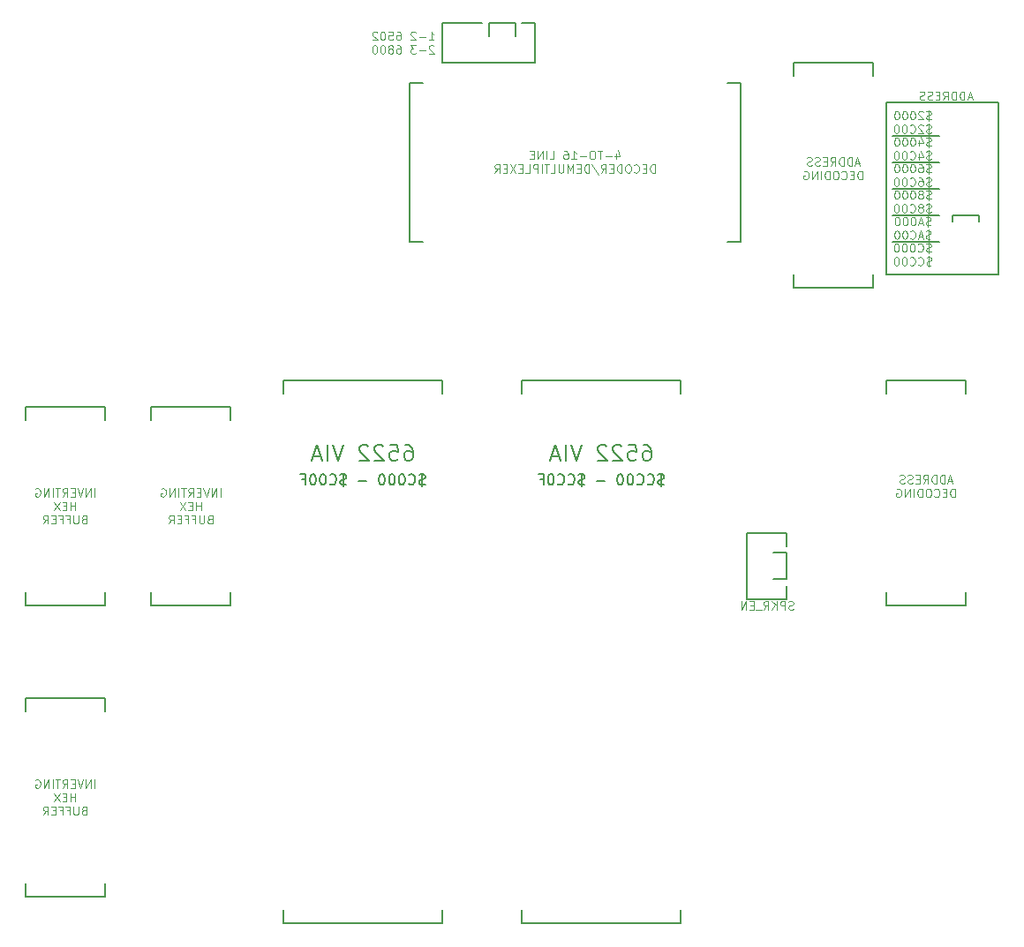
<source format=gbo>
G04 #@! TF.GenerationSoftware,KiCad,Pcbnew,(5.1.5)-3*
G04 #@! TF.CreationDate,2020-10-11T23:01:46+02:00*
G04 #@! TF.ProjectId,PP 6502 Game Board,50502036-3530-4322-9047-616d6520426f,rev?*
G04 #@! TF.SameCoordinates,Original*
G04 #@! TF.FileFunction,Legend,Bot*
G04 #@! TF.FilePolarity,Positive*
%FSLAX46Y46*%
G04 Gerber Fmt 4.6, Leading zero omitted, Abs format (unit mm)*
G04 Created by KiCad (PCBNEW (5.1.5)-3) date 2020-10-11 23:01:46*
%MOMM*%
%LPD*%
G04 APERTURE LIST*
%ADD10C,0.100000*%
%ADD11C,0.200000*%
%ADD12C,0.150000*%
G04 APERTURE END LIST*
D10*
X179044285Y-108908809D02*
X178930000Y-108946904D01*
X178739523Y-108946904D01*
X178663333Y-108908809D01*
X178625238Y-108870714D01*
X178587142Y-108794523D01*
X178587142Y-108718333D01*
X178625238Y-108642142D01*
X178663333Y-108604047D01*
X178739523Y-108565952D01*
X178891904Y-108527857D01*
X178968095Y-108489761D01*
X179006190Y-108451666D01*
X179044285Y-108375476D01*
X179044285Y-108299285D01*
X179006190Y-108223095D01*
X178968095Y-108185000D01*
X178891904Y-108146904D01*
X178701428Y-108146904D01*
X178587142Y-108185000D01*
X178244285Y-108946904D02*
X178244285Y-108146904D01*
X177939523Y-108146904D01*
X177863333Y-108185000D01*
X177825238Y-108223095D01*
X177787142Y-108299285D01*
X177787142Y-108413571D01*
X177825238Y-108489761D01*
X177863333Y-108527857D01*
X177939523Y-108565952D01*
X178244285Y-108565952D01*
X177444285Y-108946904D02*
X177444285Y-108146904D01*
X176987142Y-108946904D02*
X177330000Y-108489761D01*
X176987142Y-108146904D02*
X177444285Y-108604047D01*
X176187142Y-108946904D02*
X176453809Y-108565952D01*
X176644285Y-108946904D02*
X176644285Y-108146904D01*
X176339523Y-108146904D01*
X176263333Y-108185000D01*
X176225238Y-108223095D01*
X176187142Y-108299285D01*
X176187142Y-108413571D01*
X176225238Y-108489761D01*
X176263333Y-108527857D01*
X176339523Y-108565952D01*
X176644285Y-108565952D01*
X176034761Y-109023095D02*
X175425238Y-109023095D01*
X175234761Y-108527857D02*
X174968095Y-108527857D01*
X174853809Y-108946904D02*
X175234761Y-108946904D01*
X175234761Y-108146904D01*
X174853809Y-108146904D01*
X174510952Y-108946904D02*
X174510952Y-108146904D01*
X174053809Y-108946904D01*
X174053809Y-108146904D01*
D11*
X178435000Y-107950000D02*
X178435000Y-106680000D01*
X174625000Y-107950000D02*
X178435000Y-107950000D01*
X174625000Y-101600000D02*
X174625000Y-107950000D01*
X178435000Y-101600000D02*
X174625000Y-101600000D01*
X178435000Y-102870000D02*
X178435000Y-101600000D01*
X178435000Y-106045000D02*
X177165000Y-106045000D01*
X178435000Y-103505000D02*
X178435000Y-106045000D01*
X177165000Y-103505000D02*
X178435000Y-103505000D01*
D10*
X196189285Y-59823333D02*
X195808333Y-59823333D01*
X196265476Y-60051904D02*
X195998809Y-59251904D01*
X195732142Y-60051904D01*
X195465476Y-60051904D02*
X195465476Y-59251904D01*
X195275000Y-59251904D01*
X195160714Y-59290000D01*
X195084523Y-59366190D01*
X195046428Y-59442380D01*
X195008333Y-59594761D01*
X195008333Y-59709047D01*
X195046428Y-59861428D01*
X195084523Y-59937619D01*
X195160714Y-60013809D01*
X195275000Y-60051904D01*
X195465476Y-60051904D01*
X194665476Y-60051904D02*
X194665476Y-59251904D01*
X194475000Y-59251904D01*
X194360714Y-59290000D01*
X194284523Y-59366190D01*
X194246428Y-59442380D01*
X194208333Y-59594761D01*
X194208333Y-59709047D01*
X194246428Y-59861428D01*
X194284523Y-59937619D01*
X194360714Y-60013809D01*
X194475000Y-60051904D01*
X194665476Y-60051904D01*
X193408333Y-60051904D02*
X193675000Y-59670952D01*
X193865476Y-60051904D02*
X193865476Y-59251904D01*
X193560714Y-59251904D01*
X193484523Y-59290000D01*
X193446428Y-59328095D01*
X193408333Y-59404285D01*
X193408333Y-59518571D01*
X193446428Y-59594761D01*
X193484523Y-59632857D01*
X193560714Y-59670952D01*
X193865476Y-59670952D01*
X193065476Y-59632857D02*
X192798809Y-59632857D01*
X192684523Y-60051904D02*
X193065476Y-60051904D01*
X193065476Y-59251904D01*
X192684523Y-59251904D01*
X192379761Y-60013809D02*
X192265476Y-60051904D01*
X192075000Y-60051904D01*
X191998809Y-60013809D01*
X191960714Y-59975714D01*
X191922619Y-59899523D01*
X191922619Y-59823333D01*
X191960714Y-59747142D01*
X191998809Y-59709047D01*
X192075000Y-59670952D01*
X192227380Y-59632857D01*
X192303571Y-59594761D01*
X192341666Y-59556666D01*
X192379761Y-59480476D01*
X192379761Y-59404285D01*
X192341666Y-59328095D01*
X192303571Y-59290000D01*
X192227380Y-59251904D01*
X192036904Y-59251904D01*
X191922619Y-59290000D01*
X191617857Y-60013809D02*
X191503571Y-60051904D01*
X191313095Y-60051904D01*
X191236904Y-60013809D01*
X191198809Y-59975714D01*
X191160714Y-59899523D01*
X191160714Y-59823333D01*
X191198809Y-59747142D01*
X191236904Y-59709047D01*
X191313095Y-59670952D01*
X191465476Y-59632857D01*
X191541666Y-59594761D01*
X191579761Y-59556666D01*
X191617857Y-59480476D01*
X191617857Y-59404285D01*
X191579761Y-59328095D01*
X191541666Y-59290000D01*
X191465476Y-59251904D01*
X191275000Y-59251904D01*
X191160714Y-59290000D01*
D11*
X193040000Y-73660000D02*
X188595000Y-73660000D01*
X188595000Y-71120000D02*
X193040000Y-71120000D01*
X193040000Y-68580000D02*
X188595000Y-68580000D01*
X193040000Y-66040000D02*
X188595000Y-66040000D01*
X188595000Y-63500000D02*
X193040000Y-63500000D01*
X196850000Y-71120000D02*
X196850000Y-71755000D01*
X194310000Y-71120000D02*
X196850000Y-71120000D01*
X194310000Y-71755000D02*
X194310000Y-71120000D01*
X198755000Y-76835000D02*
X187960000Y-76835000D01*
X198755000Y-60325000D02*
X198755000Y-76835000D01*
X187960000Y-60325000D02*
X198755000Y-60325000D01*
X187960000Y-76835000D02*
X187960000Y-60325000D01*
D10*
X192271428Y-74603809D02*
X192157142Y-74641904D01*
X191966666Y-74641904D01*
X191890476Y-74603809D01*
X191852380Y-74565714D01*
X191814285Y-74489523D01*
X191814285Y-74413333D01*
X191852380Y-74337142D01*
X191890476Y-74299047D01*
X191966666Y-74260952D01*
X192119047Y-74222857D01*
X192195238Y-74184761D01*
X192233333Y-74146666D01*
X192271428Y-74070476D01*
X192271428Y-73994285D01*
X192233333Y-73918095D01*
X192195238Y-73880000D01*
X192119047Y-73841904D01*
X191928571Y-73841904D01*
X191814285Y-73880000D01*
X192042857Y-73727619D02*
X192042857Y-74756190D01*
X191014285Y-74565714D02*
X191052380Y-74603809D01*
X191166666Y-74641904D01*
X191242857Y-74641904D01*
X191357142Y-74603809D01*
X191433333Y-74527619D01*
X191471428Y-74451428D01*
X191509523Y-74299047D01*
X191509523Y-74184761D01*
X191471428Y-74032380D01*
X191433333Y-73956190D01*
X191357142Y-73880000D01*
X191242857Y-73841904D01*
X191166666Y-73841904D01*
X191052380Y-73880000D01*
X191014285Y-73918095D01*
X190519047Y-73841904D02*
X190442857Y-73841904D01*
X190366666Y-73880000D01*
X190328571Y-73918095D01*
X190290476Y-73994285D01*
X190252380Y-74146666D01*
X190252380Y-74337142D01*
X190290476Y-74489523D01*
X190328571Y-74565714D01*
X190366666Y-74603809D01*
X190442857Y-74641904D01*
X190519047Y-74641904D01*
X190595238Y-74603809D01*
X190633333Y-74565714D01*
X190671428Y-74489523D01*
X190709523Y-74337142D01*
X190709523Y-74146666D01*
X190671428Y-73994285D01*
X190633333Y-73918095D01*
X190595238Y-73880000D01*
X190519047Y-73841904D01*
X189757142Y-73841904D02*
X189680952Y-73841904D01*
X189604761Y-73880000D01*
X189566666Y-73918095D01*
X189528571Y-73994285D01*
X189490476Y-74146666D01*
X189490476Y-74337142D01*
X189528571Y-74489523D01*
X189566666Y-74565714D01*
X189604761Y-74603809D01*
X189680952Y-74641904D01*
X189757142Y-74641904D01*
X189833333Y-74603809D01*
X189871428Y-74565714D01*
X189909523Y-74489523D01*
X189947619Y-74337142D01*
X189947619Y-74146666D01*
X189909523Y-73994285D01*
X189871428Y-73918095D01*
X189833333Y-73880000D01*
X189757142Y-73841904D01*
X188995238Y-73841904D02*
X188919047Y-73841904D01*
X188842857Y-73880000D01*
X188804761Y-73918095D01*
X188766666Y-73994285D01*
X188728571Y-74146666D01*
X188728571Y-74337142D01*
X188766666Y-74489523D01*
X188804761Y-74565714D01*
X188842857Y-74603809D01*
X188919047Y-74641904D01*
X188995238Y-74641904D01*
X189071428Y-74603809D01*
X189109523Y-74565714D01*
X189147619Y-74489523D01*
X189185714Y-74337142D01*
X189185714Y-74146666D01*
X189147619Y-73994285D01*
X189109523Y-73918095D01*
X189071428Y-73880000D01*
X188995238Y-73841904D01*
X192290476Y-75903809D02*
X192176190Y-75941904D01*
X191985714Y-75941904D01*
X191909523Y-75903809D01*
X191871428Y-75865714D01*
X191833333Y-75789523D01*
X191833333Y-75713333D01*
X191871428Y-75637142D01*
X191909523Y-75599047D01*
X191985714Y-75560952D01*
X192138095Y-75522857D01*
X192214285Y-75484761D01*
X192252380Y-75446666D01*
X192290476Y-75370476D01*
X192290476Y-75294285D01*
X192252380Y-75218095D01*
X192214285Y-75180000D01*
X192138095Y-75141904D01*
X191947619Y-75141904D01*
X191833333Y-75180000D01*
X192061904Y-75027619D02*
X192061904Y-76056190D01*
X191033333Y-75865714D02*
X191071428Y-75903809D01*
X191185714Y-75941904D01*
X191261904Y-75941904D01*
X191376190Y-75903809D01*
X191452380Y-75827619D01*
X191490476Y-75751428D01*
X191528571Y-75599047D01*
X191528571Y-75484761D01*
X191490476Y-75332380D01*
X191452380Y-75256190D01*
X191376190Y-75180000D01*
X191261904Y-75141904D01*
X191185714Y-75141904D01*
X191071428Y-75180000D01*
X191033333Y-75218095D01*
X190233333Y-75865714D02*
X190271428Y-75903809D01*
X190385714Y-75941904D01*
X190461904Y-75941904D01*
X190576190Y-75903809D01*
X190652380Y-75827619D01*
X190690476Y-75751428D01*
X190728571Y-75599047D01*
X190728571Y-75484761D01*
X190690476Y-75332380D01*
X190652380Y-75256190D01*
X190576190Y-75180000D01*
X190461904Y-75141904D01*
X190385714Y-75141904D01*
X190271428Y-75180000D01*
X190233333Y-75218095D01*
X189738095Y-75141904D02*
X189661904Y-75141904D01*
X189585714Y-75180000D01*
X189547619Y-75218095D01*
X189509523Y-75294285D01*
X189471428Y-75446666D01*
X189471428Y-75637142D01*
X189509523Y-75789523D01*
X189547619Y-75865714D01*
X189585714Y-75903809D01*
X189661904Y-75941904D01*
X189738095Y-75941904D01*
X189814285Y-75903809D01*
X189852380Y-75865714D01*
X189890476Y-75789523D01*
X189928571Y-75637142D01*
X189928571Y-75446666D01*
X189890476Y-75294285D01*
X189852380Y-75218095D01*
X189814285Y-75180000D01*
X189738095Y-75141904D01*
X188976190Y-75141904D02*
X188900000Y-75141904D01*
X188823809Y-75180000D01*
X188785714Y-75218095D01*
X188747619Y-75294285D01*
X188709523Y-75446666D01*
X188709523Y-75637142D01*
X188747619Y-75789523D01*
X188785714Y-75865714D01*
X188823809Y-75903809D01*
X188900000Y-75941904D01*
X188976190Y-75941904D01*
X189052380Y-75903809D01*
X189090476Y-75865714D01*
X189128571Y-75789523D01*
X189166666Y-75637142D01*
X189166666Y-75446666D01*
X189128571Y-75294285D01*
X189090476Y-75218095D01*
X189052380Y-75180000D01*
X188976190Y-75141904D01*
X192214285Y-72063809D02*
X192100000Y-72101904D01*
X191909523Y-72101904D01*
X191833333Y-72063809D01*
X191795238Y-72025714D01*
X191757142Y-71949523D01*
X191757142Y-71873333D01*
X191795238Y-71797142D01*
X191833333Y-71759047D01*
X191909523Y-71720952D01*
X192061904Y-71682857D01*
X192138095Y-71644761D01*
X192176190Y-71606666D01*
X192214285Y-71530476D01*
X192214285Y-71454285D01*
X192176190Y-71378095D01*
X192138095Y-71340000D01*
X192061904Y-71301904D01*
X191871428Y-71301904D01*
X191757142Y-71340000D01*
X191985714Y-71187619D02*
X191985714Y-72216190D01*
X191452380Y-71873333D02*
X191071428Y-71873333D01*
X191528571Y-72101904D02*
X191261904Y-71301904D01*
X190995238Y-72101904D01*
X190576190Y-71301904D02*
X190500000Y-71301904D01*
X190423809Y-71340000D01*
X190385714Y-71378095D01*
X190347619Y-71454285D01*
X190309523Y-71606666D01*
X190309523Y-71797142D01*
X190347619Y-71949523D01*
X190385714Y-72025714D01*
X190423809Y-72063809D01*
X190500000Y-72101904D01*
X190576190Y-72101904D01*
X190652380Y-72063809D01*
X190690476Y-72025714D01*
X190728571Y-71949523D01*
X190766666Y-71797142D01*
X190766666Y-71606666D01*
X190728571Y-71454285D01*
X190690476Y-71378095D01*
X190652380Y-71340000D01*
X190576190Y-71301904D01*
X189814285Y-71301904D02*
X189738095Y-71301904D01*
X189661904Y-71340000D01*
X189623809Y-71378095D01*
X189585714Y-71454285D01*
X189547619Y-71606666D01*
X189547619Y-71797142D01*
X189585714Y-71949523D01*
X189623809Y-72025714D01*
X189661904Y-72063809D01*
X189738095Y-72101904D01*
X189814285Y-72101904D01*
X189890476Y-72063809D01*
X189928571Y-72025714D01*
X189966666Y-71949523D01*
X190004761Y-71797142D01*
X190004761Y-71606666D01*
X189966666Y-71454285D01*
X189928571Y-71378095D01*
X189890476Y-71340000D01*
X189814285Y-71301904D01*
X189052380Y-71301904D02*
X188976190Y-71301904D01*
X188900000Y-71340000D01*
X188861904Y-71378095D01*
X188823809Y-71454285D01*
X188785714Y-71606666D01*
X188785714Y-71797142D01*
X188823809Y-71949523D01*
X188861904Y-72025714D01*
X188900000Y-72063809D01*
X188976190Y-72101904D01*
X189052380Y-72101904D01*
X189128571Y-72063809D01*
X189166666Y-72025714D01*
X189204761Y-71949523D01*
X189242857Y-71797142D01*
X189242857Y-71606666D01*
X189204761Y-71454285D01*
X189166666Y-71378095D01*
X189128571Y-71340000D01*
X189052380Y-71301904D01*
X192233333Y-73363809D02*
X192119047Y-73401904D01*
X191928571Y-73401904D01*
X191852380Y-73363809D01*
X191814285Y-73325714D01*
X191776190Y-73249523D01*
X191776190Y-73173333D01*
X191814285Y-73097142D01*
X191852380Y-73059047D01*
X191928571Y-73020952D01*
X192080952Y-72982857D01*
X192157142Y-72944761D01*
X192195238Y-72906666D01*
X192233333Y-72830476D01*
X192233333Y-72754285D01*
X192195238Y-72678095D01*
X192157142Y-72640000D01*
X192080952Y-72601904D01*
X191890476Y-72601904D01*
X191776190Y-72640000D01*
X192004761Y-72487619D02*
X192004761Y-73516190D01*
X191471428Y-73173333D02*
X191090476Y-73173333D01*
X191547619Y-73401904D02*
X191280952Y-72601904D01*
X191014285Y-73401904D01*
X190290476Y-73325714D02*
X190328571Y-73363809D01*
X190442857Y-73401904D01*
X190519047Y-73401904D01*
X190633333Y-73363809D01*
X190709523Y-73287619D01*
X190747619Y-73211428D01*
X190785714Y-73059047D01*
X190785714Y-72944761D01*
X190747619Y-72792380D01*
X190709523Y-72716190D01*
X190633333Y-72640000D01*
X190519047Y-72601904D01*
X190442857Y-72601904D01*
X190328571Y-72640000D01*
X190290476Y-72678095D01*
X189795238Y-72601904D02*
X189719047Y-72601904D01*
X189642857Y-72640000D01*
X189604761Y-72678095D01*
X189566666Y-72754285D01*
X189528571Y-72906666D01*
X189528571Y-73097142D01*
X189566666Y-73249523D01*
X189604761Y-73325714D01*
X189642857Y-73363809D01*
X189719047Y-73401904D01*
X189795238Y-73401904D01*
X189871428Y-73363809D01*
X189909523Y-73325714D01*
X189947619Y-73249523D01*
X189985714Y-73097142D01*
X189985714Y-72906666D01*
X189947619Y-72754285D01*
X189909523Y-72678095D01*
X189871428Y-72640000D01*
X189795238Y-72601904D01*
X189033333Y-72601904D02*
X188957142Y-72601904D01*
X188880952Y-72640000D01*
X188842857Y-72678095D01*
X188804761Y-72754285D01*
X188766666Y-72906666D01*
X188766666Y-73097142D01*
X188804761Y-73249523D01*
X188842857Y-73325714D01*
X188880952Y-73363809D01*
X188957142Y-73401904D01*
X189033333Y-73401904D01*
X189109523Y-73363809D01*
X189147619Y-73325714D01*
X189185714Y-73249523D01*
X189223809Y-73097142D01*
X189223809Y-72906666D01*
X189185714Y-72754285D01*
X189147619Y-72678095D01*
X189109523Y-72640000D01*
X189033333Y-72601904D01*
X192252380Y-69523809D02*
X192138095Y-69561904D01*
X191947619Y-69561904D01*
X191871428Y-69523809D01*
X191833333Y-69485714D01*
X191795238Y-69409523D01*
X191795238Y-69333333D01*
X191833333Y-69257142D01*
X191871428Y-69219047D01*
X191947619Y-69180952D01*
X192100000Y-69142857D01*
X192176190Y-69104761D01*
X192214285Y-69066666D01*
X192252380Y-68990476D01*
X192252380Y-68914285D01*
X192214285Y-68838095D01*
X192176190Y-68800000D01*
X192100000Y-68761904D01*
X191909523Y-68761904D01*
X191795238Y-68800000D01*
X192023809Y-68647619D02*
X192023809Y-69676190D01*
X191338095Y-69104761D02*
X191414285Y-69066666D01*
X191452380Y-69028571D01*
X191490476Y-68952380D01*
X191490476Y-68914285D01*
X191452380Y-68838095D01*
X191414285Y-68800000D01*
X191338095Y-68761904D01*
X191185714Y-68761904D01*
X191109523Y-68800000D01*
X191071428Y-68838095D01*
X191033333Y-68914285D01*
X191033333Y-68952380D01*
X191071428Y-69028571D01*
X191109523Y-69066666D01*
X191185714Y-69104761D01*
X191338095Y-69104761D01*
X191414285Y-69142857D01*
X191452380Y-69180952D01*
X191490476Y-69257142D01*
X191490476Y-69409523D01*
X191452380Y-69485714D01*
X191414285Y-69523809D01*
X191338095Y-69561904D01*
X191185714Y-69561904D01*
X191109523Y-69523809D01*
X191071428Y-69485714D01*
X191033333Y-69409523D01*
X191033333Y-69257142D01*
X191071428Y-69180952D01*
X191109523Y-69142857D01*
X191185714Y-69104761D01*
X190538095Y-68761904D02*
X190461904Y-68761904D01*
X190385714Y-68800000D01*
X190347619Y-68838095D01*
X190309523Y-68914285D01*
X190271428Y-69066666D01*
X190271428Y-69257142D01*
X190309523Y-69409523D01*
X190347619Y-69485714D01*
X190385714Y-69523809D01*
X190461904Y-69561904D01*
X190538095Y-69561904D01*
X190614285Y-69523809D01*
X190652380Y-69485714D01*
X190690476Y-69409523D01*
X190728571Y-69257142D01*
X190728571Y-69066666D01*
X190690476Y-68914285D01*
X190652380Y-68838095D01*
X190614285Y-68800000D01*
X190538095Y-68761904D01*
X189776190Y-68761904D02*
X189700000Y-68761904D01*
X189623809Y-68800000D01*
X189585714Y-68838095D01*
X189547619Y-68914285D01*
X189509523Y-69066666D01*
X189509523Y-69257142D01*
X189547619Y-69409523D01*
X189585714Y-69485714D01*
X189623809Y-69523809D01*
X189700000Y-69561904D01*
X189776190Y-69561904D01*
X189852380Y-69523809D01*
X189890476Y-69485714D01*
X189928571Y-69409523D01*
X189966666Y-69257142D01*
X189966666Y-69066666D01*
X189928571Y-68914285D01*
X189890476Y-68838095D01*
X189852380Y-68800000D01*
X189776190Y-68761904D01*
X189014285Y-68761904D02*
X188938095Y-68761904D01*
X188861904Y-68800000D01*
X188823809Y-68838095D01*
X188785714Y-68914285D01*
X188747619Y-69066666D01*
X188747619Y-69257142D01*
X188785714Y-69409523D01*
X188823809Y-69485714D01*
X188861904Y-69523809D01*
X188938095Y-69561904D01*
X189014285Y-69561904D01*
X189090476Y-69523809D01*
X189128571Y-69485714D01*
X189166666Y-69409523D01*
X189204761Y-69257142D01*
X189204761Y-69066666D01*
X189166666Y-68914285D01*
X189128571Y-68838095D01*
X189090476Y-68800000D01*
X189014285Y-68761904D01*
X192271428Y-70823809D02*
X192157142Y-70861904D01*
X191966666Y-70861904D01*
X191890476Y-70823809D01*
X191852380Y-70785714D01*
X191814285Y-70709523D01*
X191814285Y-70633333D01*
X191852380Y-70557142D01*
X191890476Y-70519047D01*
X191966666Y-70480952D01*
X192119047Y-70442857D01*
X192195238Y-70404761D01*
X192233333Y-70366666D01*
X192271428Y-70290476D01*
X192271428Y-70214285D01*
X192233333Y-70138095D01*
X192195238Y-70100000D01*
X192119047Y-70061904D01*
X191928571Y-70061904D01*
X191814285Y-70100000D01*
X192042857Y-69947619D02*
X192042857Y-70976190D01*
X191357142Y-70404761D02*
X191433333Y-70366666D01*
X191471428Y-70328571D01*
X191509523Y-70252380D01*
X191509523Y-70214285D01*
X191471428Y-70138095D01*
X191433333Y-70100000D01*
X191357142Y-70061904D01*
X191204761Y-70061904D01*
X191128571Y-70100000D01*
X191090476Y-70138095D01*
X191052380Y-70214285D01*
X191052380Y-70252380D01*
X191090476Y-70328571D01*
X191128571Y-70366666D01*
X191204761Y-70404761D01*
X191357142Y-70404761D01*
X191433333Y-70442857D01*
X191471428Y-70480952D01*
X191509523Y-70557142D01*
X191509523Y-70709523D01*
X191471428Y-70785714D01*
X191433333Y-70823809D01*
X191357142Y-70861904D01*
X191204761Y-70861904D01*
X191128571Y-70823809D01*
X191090476Y-70785714D01*
X191052380Y-70709523D01*
X191052380Y-70557142D01*
X191090476Y-70480952D01*
X191128571Y-70442857D01*
X191204761Y-70404761D01*
X190252380Y-70785714D02*
X190290476Y-70823809D01*
X190404761Y-70861904D01*
X190480952Y-70861904D01*
X190595238Y-70823809D01*
X190671428Y-70747619D01*
X190709523Y-70671428D01*
X190747619Y-70519047D01*
X190747619Y-70404761D01*
X190709523Y-70252380D01*
X190671428Y-70176190D01*
X190595238Y-70100000D01*
X190480952Y-70061904D01*
X190404761Y-70061904D01*
X190290476Y-70100000D01*
X190252380Y-70138095D01*
X189757142Y-70061904D02*
X189680952Y-70061904D01*
X189604761Y-70100000D01*
X189566666Y-70138095D01*
X189528571Y-70214285D01*
X189490476Y-70366666D01*
X189490476Y-70557142D01*
X189528571Y-70709523D01*
X189566666Y-70785714D01*
X189604761Y-70823809D01*
X189680952Y-70861904D01*
X189757142Y-70861904D01*
X189833333Y-70823809D01*
X189871428Y-70785714D01*
X189909523Y-70709523D01*
X189947619Y-70557142D01*
X189947619Y-70366666D01*
X189909523Y-70214285D01*
X189871428Y-70138095D01*
X189833333Y-70100000D01*
X189757142Y-70061904D01*
X188995238Y-70061904D02*
X188919047Y-70061904D01*
X188842857Y-70100000D01*
X188804761Y-70138095D01*
X188766666Y-70214285D01*
X188728571Y-70366666D01*
X188728571Y-70557142D01*
X188766666Y-70709523D01*
X188804761Y-70785714D01*
X188842857Y-70823809D01*
X188919047Y-70861904D01*
X188995238Y-70861904D01*
X189071428Y-70823809D01*
X189109523Y-70785714D01*
X189147619Y-70709523D01*
X189185714Y-70557142D01*
X189185714Y-70366666D01*
X189147619Y-70214285D01*
X189109523Y-70138095D01*
X189071428Y-70100000D01*
X188995238Y-70061904D01*
X192252380Y-66983809D02*
X192138095Y-67021904D01*
X191947619Y-67021904D01*
X191871428Y-66983809D01*
X191833333Y-66945714D01*
X191795238Y-66869523D01*
X191795238Y-66793333D01*
X191833333Y-66717142D01*
X191871428Y-66679047D01*
X191947619Y-66640952D01*
X192100000Y-66602857D01*
X192176190Y-66564761D01*
X192214285Y-66526666D01*
X192252380Y-66450476D01*
X192252380Y-66374285D01*
X192214285Y-66298095D01*
X192176190Y-66260000D01*
X192100000Y-66221904D01*
X191909523Y-66221904D01*
X191795238Y-66260000D01*
X192023809Y-66107619D02*
X192023809Y-67136190D01*
X191109523Y-66221904D02*
X191261904Y-66221904D01*
X191338095Y-66260000D01*
X191376190Y-66298095D01*
X191452380Y-66412380D01*
X191490476Y-66564761D01*
X191490476Y-66869523D01*
X191452380Y-66945714D01*
X191414285Y-66983809D01*
X191338095Y-67021904D01*
X191185714Y-67021904D01*
X191109523Y-66983809D01*
X191071428Y-66945714D01*
X191033333Y-66869523D01*
X191033333Y-66679047D01*
X191071428Y-66602857D01*
X191109523Y-66564761D01*
X191185714Y-66526666D01*
X191338095Y-66526666D01*
X191414285Y-66564761D01*
X191452380Y-66602857D01*
X191490476Y-66679047D01*
X190538095Y-66221904D02*
X190461904Y-66221904D01*
X190385714Y-66260000D01*
X190347619Y-66298095D01*
X190309523Y-66374285D01*
X190271428Y-66526666D01*
X190271428Y-66717142D01*
X190309523Y-66869523D01*
X190347619Y-66945714D01*
X190385714Y-66983809D01*
X190461904Y-67021904D01*
X190538095Y-67021904D01*
X190614285Y-66983809D01*
X190652380Y-66945714D01*
X190690476Y-66869523D01*
X190728571Y-66717142D01*
X190728571Y-66526666D01*
X190690476Y-66374285D01*
X190652380Y-66298095D01*
X190614285Y-66260000D01*
X190538095Y-66221904D01*
X189776190Y-66221904D02*
X189700000Y-66221904D01*
X189623809Y-66260000D01*
X189585714Y-66298095D01*
X189547619Y-66374285D01*
X189509523Y-66526666D01*
X189509523Y-66717142D01*
X189547619Y-66869523D01*
X189585714Y-66945714D01*
X189623809Y-66983809D01*
X189700000Y-67021904D01*
X189776190Y-67021904D01*
X189852380Y-66983809D01*
X189890476Y-66945714D01*
X189928571Y-66869523D01*
X189966666Y-66717142D01*
X189966666Y-66526666D01*
X189928571Y-66374285D01*
X189890476Y-66298095D01*
X189852380Y-66260000D01*
X189776190Y-66221904D01*
X189014285Y-66221904D02*
X188938095Y-66221904D01*
X188861904Y-66260000D01*
X188823809Y-66298095D01*
X188785714Y-66374285D01*
X188747619Y-66526666D01*
X188747619Y-66717142D01*
X188785714Y-66869523D01*
X188823809Y-66945714D01*
X188861904Y-66983809D01*
X188938095Y-67021904D01*
X189014285Y-67021904D01*
X189090476Y-66983809D01*
X189128571Y-66945714D01*
X189166666Y-66869523D01*
X189204761Y-66717142D01*
X189204761Y-66526666D01*
X189166666Y-66374285D01*
X189128571Y-66298095D01*
X189090476Y-66260000D01*
X189014285Y-66221904D01*
X192271428Y-68283809D02*
X192157142Y-68321904D01*
X191966666Y-68321904D01*
X191890476Y-68283809D01*
X191852380Y-68245714D01*
X191814285Y-68169523D01*
X191814285Y-68093333D01*
X191852380Y-68017142D01*
X191890476Y-67979047D01*
X191966666Y-67940952D01*
X192119047Y-67902857D01*
X192195238Y-67864761D01*
X192233333Y-67826666D01*
X192271428Y-67750476D01*
X192271428Y-67674285D01*
X192233333Y-67598095D01*
X192195238Y-67560000D01*
X192119047Y-67521904D01*
X191928571Y-67521904D01*
X191814285Y-67560000D01*
X192042857Y-67407619D02*
X192042857Y-68436190D01*
X191128571Y-67521904D02*
X191280952Y-67521904D01*
X191357142Y-67560000D01*
X191395238Y-67598095D01*
X191471428Y-67712380D01*
X191509523Y-67864761D01*
X191509523Y-68169523D01*
X191471428Y-68245714D01*
X191433333Y-68283809D01*
X191357142Y-68321904D01*
X191204761Y-68321904D01*
X191128571Y-68283809D01*
X191090476Y-68245714D01*
X191052380Y-68169523D01*
X191052380Y-67979047D01*
X191090476Y-67902857D01*
X191128571Y-67864761D01*
X191204761Y-67826666D01*
X191357142Y-67826666D01*
X191433333Y-67864761D01*
X191471428Y-67902857D01*
X191509523Y-67979047D01*
X190252380Y-68245714D02*
X190290476Y-68283809D01*
X190404761Y-68321904D01*
X190480952Y-68321904D01*
X190595238Y-68283809D01*
X190671428Y-68207619D01*
X190709523Y-68131428D01*
X190747619Y-67979047D01*
X190747619Y-67864761D01*
X190709523Y-67712380D01*
X190671428Y-67636190D01*
X190595238Y-67560000D01*
X190480952Y-67521904D01*
X190404761Y-67521904D01*
X190290476Y-67560000D01*
X190252380Y-67598095D01*
X189757142Y-67521904D02*
X189680952Y-67521904D01*
X189604761Y-67560000D01*
X189566666Y-67598095D01*
X189528571Y-67674285D01*
X189490476Y-67826666D01*
X189490476Y-68017142D01*
X189528571Y-68169523D01*
X189566666Y-68245714D01*
X189604761Y-68283809D01*
X189680952Y-68321904D01*
X189757142Y-68321904D01*
X189833333Y-68283809D01*
X189871428Y-68245714D01*
X189909523Y-68169523D01*
X189947619Y-68017142D01*
X189947619Y-67826666D01*
X189909523Y-67674285D01*
X189871428Y-67598095D01*
X189833333Y-67560000D01*
X189757142Y-67521904D01*
X188995238Y-67521904D02*
X188919047Y-67521904D01*
X188842857Y-67560000D01*
X188804761Y-67598095D01*
X188766666Y-67674285D01*
X188728571Y-67826666D01*
X188728571Y-68017142D01*
X188766666Y-68169523D01*
X188804761Y-68245714D01*
X188842857Y-68283809D01*
X188919047Y-68321904D01*
X188995238Y-68321904D01*
X189071428Y-68283809D01*
X189109523Y-68245714D01*
X189147619Y-68169523D01*
X189185714Y-68017142D01*
X189185714Y-67826666D01*
X189147619Y-67674285D01*
X189109523Y-67598095D01*
X189071428Y-67560000D01*
X188995238Y-67521904D01*
X192252380Y-64443809D02*
X192138095Y-64481904D01*
X191947619Y-64481904D01*
X191871428Y-64443809D01*
X191833333Y-64405714D01*
X191795238Y-64329523D01*
X191795238Y-64253333D01*
X191833333Y-64177142D01*
X191871428Y-64139047D01*
X191947619Y-64100952D01*
X192100000Y-64062857D01*
X192176190Y-64024761D01*
X192214285Y-63986666D01*
X192252380Y-63910476D01*
X192252380Y-63834285D01*
X192214285Y-63758095D01*
X192176190Y-63720000D01*
X192100000Y-63681904D01*
X191909523Y-63681904D01*
X191795238Y-63720000D01*
X192023809Y-63567619D02*
X192023809Y-64596190D01*
X191109523Y-63948571D02*
X191109523Y-64481904D01*
X191300000Y-63643809D02*
X191490476Y-64215238D01*
X190995238Y-64215238D01*
X190538095Y-63681904D02*
X190461904Y-63681904D01*
X190385714Y-63720000D01*
X190347619Y-63758095D01*
X190309523Y-63834285D01*
X190271428Y-63986666D01*
X190271428Y-64177142D01*
X190309523Y-64329523D01*
X190347619Y-64405714D01*
X190385714Y-64443809D01*
X190461904Y-64481904D01*
X190538095Y-64481904D01*
X190614285Y-64443809D01*
X190652380Y-64405714D01*
X190690476Y-64329523D01*
X190728571Y-64177142D01*
X190728571Y-63986666D01*
X190690476Y-63834285D01*
X190652380Y-63758095D01*
X190614285Y-63720000D01*
X190538095Y-63681904D01*
X189776190Y-63681904D02*
X189700000Y-63681904D01*
X189623809Y-63720000D01*
X189585714Y-63758095D01*
X189547619Y-63834285D01*
X189509523Y-63986666D01*
X189509523Y-64177142D01*
X189547619Y-64329523D01*
X189585714Y-64405714D01*
X189623809Y-64443809D01*
X189700000Y-64481904D01*
X189776190Y-64481904D01*
X189852380Y-64443809D01*
X189890476Y-64405714D01*
X189928571Y-64329523D01*
X189966666Y-64177142D01*
X189966666Y-63986666D01*
X189928571Y-63834285D01*
X189890476Y-63758095D01*
X189852380Y-63720000D01*
X189776190Y-63681904D01*
X189014285Y-63681904D02*
X188938095Y-63681904D01*
X188861904Y-63720000D01*
X188823809Y-63758095D01*
X188785714Y-63834285D01*
X188747619Y-63986666D01*
X188747619Y-64177142D01*
X188785714Y-64329523D01*
X188823809Y-64405714D01*
X188861904Y-64443809D01*
X188938095Y-64481904D01*
X189014285Y-64481904D01*
X189090476Y-64443809D01*
X189128571Y-64405714D01*
X189166666Y-64329523D01*
X189204761Y-64177142D01*
X189204761Y-63986666D01*
X189166666Y-63834285D01*
X189128571Y-63758095D01*
X189090476Y-63720000D01*
X189014285Y-63681904D01*
X192271428Y-65743809D02*
X192157142Y-65781904D01*
X191966666Y-65781904D01*
X191890476Y-65743809D01*
X191852380Y-65705714D01*
X191814285Y-65629523D01*
X191814285Y-65553333D01*
X191852380Y-65477142D01*
X191890476Y-65439047D01*
X191966666Y-65400952D01*
X192119047Y-65362857D01*
X192195238Y-65324761D01*
X192233333Y-65286666D01*
X192271428Y-65210476D01*
X192271428Y-65134285D01*
X192233333Y-65058095D01*
X192195238Y-65020000D01*
X192119047Y-64981904D01*
X191928571Y-64981904D01*
X191814285Y-65020000D01*
X192042857Y-64867619D02*
X192042857Y-65896190D01*
X191128571Y-65248571D02*
X191128571Y-65781904D01*
X191319047Y-64943809D02*
X191509523Y-65515238D01*
X191014285Y-65515238D01*
X190252380Y-65705714D02*
X190290476Y-65743809D01*
X190404761Y-65781904D01*
X190480952Y-65781904D01*
X190595238Y-65743809D01*
X190671428Y-65667619D01*
X190709523Y-65591428D01*
X190747619Y-65439047D01*
X190747619Y-65324761D01*
X190709523Y-65172380D01*
X190671428Y-65096190D01*
X190595238Y-65020000D01*
X190480952Y-64981904D01*
X190404761Y-64981904D01*
X190290476Y-65020000D01*
X190252380Y-65058095D01*
X189757142Y-64981904D02*
X189680952Y-64981904D01*
X189604761Y-65020000D01*
X189566666Y-65058095D01*
X189528571Y-65134285D01*
X189490476Y-65286666D01*
X189490476Y-65477142D01*
X189528571Y-65629523D01*
X189566666Y-65705714D01*
X189604761Y-65743809D01*
X189680952Y-65781904D01*
X189757142Y-65781904D01*
X189833333Y-65743809D01*
X189871428Y-65705714D01*
X189909523Y-65629523D01*
X189947619Y-65477142D01*
X189947619Y-65286666D01*
X189909523Y-65134285D01*
X189871428Y-65058095D01*
X189833333Y-65020000D01*
X189757142Y-64981904D01*
X188995238Y-64981904D02*
X188919047Y-64981904D01*
X188842857Y-65020000D01*
X188804761Y-65058095D01*
X188766666Y-65134285D01*
X188728571Y-65286666D01*
X188728571Y-65477142D01*
X188766666Y-65629523D01*
X188804761Y-65705714D01*
X188842857Y-65743809D01*
X188919047Y-65781904D01*
X188995238Y-65781904D01*
X189071428Y-65743809D01*
X189109523Y-65705714D01*
X189147619Y-65629523D01*
X189185714Y-65477142D01*
X189185714Y-65286666D01*
X189147619Y-65134285D01*
X189109523Y-65058095D01*
X189071428Y-65020000D01*
X188995238Y-64981904D01*
X192252380Y-61903809D02*
X192138095Y-61941904D01*
X191947619Y-61941904D01*
X191871428Y-61903809D01*
X191833333Y-61865714D01*
X191795238Y-61789523D01*
X191795238Y-61713333D01*
X191833333Y-61637142D01*
X191871428Y-61599047D01*
X191947619Y-61560952D01*
X192100000Y-61522857D01*
X192176190Y-61484761D01*
X192214285Y-61446666D01*
X192252380Y-61370476D01*
X192252380Y-61294285D01*
X192214285Y-61218095D01*
X192176190Y-61180000D01*
X192100000Y-61141904D01*
X191909523Y-61141904D01*
X191795238Y-61180000D01*
X192023809Y-61027619D02*
X192023809Y-62056190D01*
X191490476Y-61218095D02*
X191452380Y-61180000D01*
X191376190Y-61141904D01*
X191185714Y-61141904D01*
X191109523Y-61180000D01*
X191071428Y-61218095D01*
X191033333Y-61294285D01*
X191033333Y-61370476D01*
X191071428Y-61484761D01*
X191528571Y-61941904D01*
X191033333Y-61941904D01*
X190538095Y-61141904D02*
X190461904Y-61141904D01*
X190385714Y-61180000D01*
X190347619Y-61218095D01*
X190309523Y-61294285D01*
X190271428Y-61446666D01*
X190271428Y-61637142D01*
X190309523Y-61789523D01*
X190347619Y-61865714D01*
X190385714Y-61903809D01*
X190461904Y-61941904D01*
X190538095Y-61941904D01*
X190614285Y-61903809D01*
X190652380Y-61865714D01*
X190690476Y-61789523D01*
X190728571Y-61637142D01*
X190728571Y-61446666D01*
X190690476Y-61294285D01*
X190652380Y-61218095D01*
X190614285Y-61180000D01*
X190538095Y-61141904D01*
X189776190Y-61141904D02*
X189700000Y-61141904D01*
X189623809Y-61180000D01*
X189585714Y-61218095D01*
X189547619Y-61294285D01*
X189509523Y-61446666D01*
X189509523Y-61637142D01*
X189547619Y-61789523D01*
X189585714Y-61865714D01*
X189623809Y-61903809D01*
X189700000Y-61941904D01*
X189776190Y-61941904D01*
X189852380Y-61903809D01*
X189890476Y-61865714D01*
X189928571Y-61789523D01*
X189966666Y-61637142D01*
X189966666Y-61446666D01*
X189928571Y-61294285D01*
X189890476Y-61218095D01*
X189852380Y-61180000D01*
X189776190Y-61141904D01*
X189014285Y-61141904D02*
X188938095Y-61141904D01*
X188861904Y-61180000D01*
X188823809Y-61218095D01*
X188785714Y-61294285D01*
X188747619Y-61446666D01*
X188747619Y-61637142D01*
X188785714Y-61789523D01*
X188823809Y-61865714D01*
X188861904Y-61903809D01*
X188938095Y-61941904D01*
X189014285Y-61941904D01*
X189090476Y-61903809D01*
X189128571Y-61865714D01*
X189166666Y-61789523D01*
X189204761Y-61637142D01*
X189204761Y-61446666D01*
X189166666Y-61294285D01*
X189128571Y-61218095D01*
X189090476Y-61180000D01*
X189014285Y-61141904D01*
X192271428Y-63203809D02*
X192157142Y-63241904D01*
X191966666Y-63241904D01*
X191890476Y-63203809D01*
X191852380Y-63165714D01*
X191814285Y-63089523D01*
X191814285Y-63013333D01*
X191852380Y-62937142D01*
X191890476Y-62899047D01*
X191966666Y-62860952D01*
X192119047Y-62822857D01*
X192195238Y-62784761D01*
X192233333Y-62746666D01*
X192271428Y-62670476D01*
X192271428Y-62594285D01*
X192233333Y-62518095D01*
X192195238Y-62480000D01*
X192119047Y-62441904D01*
X191928571Y-62441904D01*
X191814285Y-62480000D01*
X192042857Y-62327619D02*
X192042857Y-63356190D01*
X191509523Y-62518095D02*
X191471428Y-62480000D01*
X191395238Y-62441904D01*
X191204761Y-62441904D01*
X191128571Y-62480000D01*
X191090476Y-62518095D01*
X191052380Y-62594285D01*
X191052380Y-62670476D01*
X191090476Y-62784761D01*
X191547619Y-63241904D01*
X191052380Y-63241904D01*
X190252380Y-63165714D02*
X190290476Y-63203809D01*
X190404761Y-63241904D01*
X190480952Y-63241904D01*
X190595238Y-63203809D01*
X190671428Y-63127619D01*
X190709523Y-63051428D01*
X190747619Y-62899047D01*
X190747619Y-62784761D01*
X190709523Y-62632380D01*
X190671428Y-62556190D01*
X190595238Y-62480000D01*
X190480952Y-62441904D01*
X190404761Y-62441904D01*
X190290476Y-62480000D01*
X190252380Y-62518095D01*
X189757142Y-62441904D02*
X189680952Y-62441904D01*
X189604761Y-62480000D01*
X189566666Y-62518095D01*
X189528571Y-62594285D01*
X189490476Y-62746666D01*
X189490476Y-62937142D01*
X189528571Y-63089523D01*
X189566666Y-63165714D01*
X189604761Y-63203809D01*
X189680952Y-63241904D01*
X189757142Y-63241904D01*
X189833333Y-63203809D01*
X189871428Y-63165714D01*
X189909523Y-63089523D01*
X189947619Y-62937142D01*
X189947619Y-62746666D01*
X189909523Y-62594285D01*
X189871428Y-62518095D01*
X189833333Y-62480000D01*
X189757142Y-62441904D01*
X188995238Y-62441904D02*
X188919047Y-62441904D01*
X188842857Y-62480000D01*
X188804761Y-62518095D01*
X188766666Y-62594285D01*
X188728571Y-62746666D01*
X188728571Y-62937142D01*
X188766666Y-63089523D01*
X188804761Y-63165714D01*
X188842857Y-63203809D01*
X188919047Y-63241904D01*
X188995238Y-63241904D01*
X189071428Y-63203809D01*
X189109523Y-63165714D01*
X189147619Y-63089523D01*
X189185714Y-62937142D01*
X189185714Y-62746666D01*
X189147619Y-62594285D01*
X189109523Y-62518095D01*
X189071428Y-62480000D01*
X188995238Y-62441904D01*
X144105476Y-54321904D02*
X144562619Y-54321904D01*
X144334047Y-54321904D02*
X144334047Y-53521904D01*
X144410238Y-53636190D01*
X144486428Y-53712380D01*
X144562619Y-53750476D01*
X143762619Y-54017142D02*
X143153095Y-54017142D01*
X142810238Y-53598095D02*
X142772142Y-53560000D01*
X142695952Y-53521904D01*
X142505476Y-53521904D01*
X142429285Y-53560000D01*
X142391190Y-53598095D01*
X142353095Y-53674285D01*
X142353095Y-53750476D01*
X142391190Y-53864761D01*
X142848333Y-54321904D01*
X142353095Y-54321904D01*
X141057857Y-53521904D02*
X141210238Y-53521904D01*
X141286428Y-53560000D01*
X141324523Y-53598095D01*
X141400714Y-53712380D01*
X141438809Y-53864761D01*
X141438809Y-54169523D01*
X141400714Y-54245714D01*
X141362619Y-54283809D01*
X141286428Y-54321904D01*
X141134047Y-54321904D01*
X141057857Y-54283809D01*
X141019761Y-54245714D01*
X140981666Y-54169523D01*
X140981666Y-53979047D01*
X141019761Y-53902857D01*
X141057857Y-53864761D01*
X141134047Y-53826666D01*
X141286428Y-53826666D01*
X141362619Y-53864761D01*
X141400714Y-53902857D01*
X141438809Y-53979047D01*
X140257857Y-53521904D02*
X140638809Y-53521904D01*
X140676904Y-53902857D01*
X140638809Y-53864761D01*
X140562619Y-53826666D01*
X140372142Y-53826666D01*
X140295952Y-53864761D01*
X140257857Y-53902857D01*
X140219761Y-53979047D01*
X140219761Y-54169523D01*
X140257857Y-54245714D01*
X140295952Y-54283809D01*
X140372142Y-54321904D01*
X140562619Y-54321904D01*
X140638809Y-54283809D01*
X140676904Y-54245714D01*
X139724523Y-53521904D02*
X139648333Y-53521904D01*
X139572142Y-53560000D01*
X139534047Y-53598095D01*
X139495952Y-53674285D01*
X139457857Y-53826666D01*
X139457857Y-54017142D01*
X139495952Y-54169523D01*
X139534047Y-54245714D01*
X139572142Y-54283809D01*
X139648333Y-54321904D01*
X139724523Y-54321904D01*
X139800714Y-54283809D01*
X139838809Y-54245714D01*
X139876904Y-54169523D01*
X139915000Y-54017142D01*
X139915000Y-53826666D01*
X139876904Y-53674285D01*
X139838809Y-53598095D01*
X139800714Y-53560000D01*
X139724523Y-53521904D01*
X139153095Y-53598095D02*
X139115000Y-53560000D01*
X139038809Y-53521904D01*
X138848333Y-53521904D01*
X138772142Y-53560000D01*
X138734047Y-53598095D01*
X138695952Y-53674285D01*
X138695952Y-53750476D01*
X138734047Y-53864761D01*
X139191190Y-54321904D01*
X138695952Y-54321904D01*
X144562619Y-54898095D02*
X144524523Y-54860000D01*
X144448333Y-54821904D01*
X144257857Y-54821904D01*
X144181666Y-54860000D01*
X144143571Y-54898095D01*
X144105476Y-54974285D01*
X144105476Y-55050476D01*
X144143571Y-55164761D01*
X144600714Y-55621904D01*
X144105476Y-55621904D01*
X143762619Y-55317142D02*
X143153095Y-55317142D01*
X142848333Y-54821904D02*
X142353095Y-54821904D01*
X142619761Y-55126666D01*
X142505476Y-55126666D01*
X142429285Y-55164761D01*
X142391190Y-55202857D01*
X142353095Y-55279047D01*
X142353095Y-55469523D01*
X142391190Y-55545714D01*
X142429285Y-55583809D01*
X142505476Y-55621904D01*
X142734047Y-55621904D01*
X142810238Y-55583809D01*
X142848333Y-55545714D01*
X141057857Y-54821904D02*
X141210238Y-54821904D01*
X141286428Y-54860000D01*
X141324523Y-54898095D01*
X141400714Y-55012380D01*
X141438809Y-55164761D01*
X141438809Y-55469523D01*
X141400714Y-55545714D01*
X141362619Y-55583809D01*
X141286428Y-55621904D01*
X141134047Y-55621904D01*
X141057857Y-55583809D01*
X141019761Y-55545714D01*
X140981666Y-55469523D01*
X140981666Y-55279047D01*
X141019761Y-55202857D01*
X141057857Y-55164761D01*
X141134047Y-55126666D01*
X141286428Y-55126666D01*
X141362619Y-55164761D01*
X141400714Y-55202857D01*
X141438809Y-55279047D01*
X140524523Y-55164761D02*
X140600714Y-55126666D01*
X140638809Y-55088571D01*
X140676904Y-55012380D01*
X140676904Y-54974285D01*
X140638809Y-54898095D01*
X140600714Y-54860000D01*
X140524523Y-54821904D01*
X140372142Y-54821904D01*
X140295952Y-54860000D01*
X140257857Y-54898095D01*
X140219761Y-54974285D01*
X140219761Y-55012380D01*
X140257857Y-55088571D01*
X140295952Y-55126666D01*
X140372142Y-55164761D01*
X140524523Y-55164761D01*
X140600714Y-55202857D01*
X140638809Y-55240952D01*
X140676904Y-55317142D01*
X140676904Y-55469523D01*
X140638809Y-55545714D01*
X140600714Y-55583809D01*
X140524523Y-55621904D01*
X140372142Y-55621904D01*
X140295952Y-55583809D01*
X140257857Y-55545714D01*
X140219761Y-55469523D01*
X140219761Y-55317142D01*
X140257857Y-55240952D01*
X140295952Y-55202857D01*
X140372142Y-55164761D01*
X139724523Y-54821904D02*
X139648333Y-54821904D01*
X139572142Y-54860000D01*
X139534047Y-54898095D01*
X139495952Y-54974285D01*
X139457857Y-55126666D01*
X139457857Y-55317142D01*
X139495952Y-55469523D01*
X139534047Y-55545714D01*
X139572142Y-55583809D01*
X139648333Y-55621904D01*
X139724523Y-55621904D01*
X139800714Y-55583809D01*
X139838809Y-55545714D01*
X139876904Y-55469523D01*
X139915000Y-55317142D01*
X139915000Y-55126666D01*
X139876904Y-54974285D01*
X139838809Y-54898095D01*
X139800714Y-54860000D01*
X139724523Y-54821904D01*
X138962619Y-54821904D02*
X138886428Y-54821904D01*
X138810238Y-54860000D01*
X138772142Y-54898095D01*
X138734047Y-54974285D01*
X138695952Y-55126666D01*
X138695952Y-55317142D01*
X138734047Y-55469523D01*
X138772142Y-55545714D01*
X138810238Y-55583809D01*
X138886428Y-55621904D01*
X138962619Y-55621904D01*
X139038809Y-55583809D01*
X139076904Y-55545714D01*
X139115000Y-55469523D01*
X139153095Y-55317142D01*
X139153095Y-55126666D01*
X139115000Y-54974285D01*
X139076904Y-54898095D01*
X139038809Y-54860000D01*
X138962619Y-54821904D01*
D11*
X145415000Y-52705000D02*
X149225000Y-52705000D01*
X145415000Y-56515000D02*
X145415000Y-52705000D01*
X154305000Y-56515000D02*
X145415000Y-56515000D01*
X154305000Y-52705000D02*
X154305000Y-56515000D01*
X153035000Y-52705000D02*
X154305000Y-52705000D01*
X152400000Y-52705000D02*
X152400000Y-53975000D01*
X149860000Y-52705000D02*
X152400000Y-52705000D01*
X149860000Y-53975000D02*
X149860000Y-52705000D01*
D10*
X162038809Y-65218571D02*
X162038809Y-65751904D01*
X162229285Y-64913809D02*
X162419761Y-65485238D01*
X161924523Y-65485238D01*
X161619761Y-65447142D02*
X161010238Y-65447142D01*
X160743571Y-64951904D02*
X160286428Y-64951904D01*
X160515000Y-65751904D02*
X160515000Y-64951904D01*
X159867380Y-64951904D02*
X159715000Y-64951904D01*
X159638809Y-64990000D01*
X159562619Y-65066190D01*
X159524523Y-65218571D01*
X159524523Y-65485238D01*
X159562619Y-65637619D01*
X159638809Y-65713809D01*
X159715000Y-65751904D01*
X159867380Y-65751904D01*
X159943571Y-65713809D01*
X160019761Y-65637619D01*
X160057857Y-65485238D01*
X160057857Y-65218571D01*
X160019761Y-65066190D01*
X159943571Y-64990000D01*
X159867380Y-64951904D01*
X159181666Y-65447142D02*
X158572142Y-65447142D01*
X157772142Y-65751904D02*
X158229285Y-65751904D01*
X158000714Y-65751904D02*
X158000714Y-64951904D01*
X158076904Y-65066190D01*
X158153095Y-65142380D01*
X158229285Y-65180476D01*
X157086428Y-64951904D02*
X157238809Y-64951904D01*
X157315000Y-64990000D01*
X157353095Y-65028095D01*
X157429285Y-65142380D01*
X157467380Y-65294761D01*
X157467380Y-65599523D01*
X157429285Y-65675714D01*
X157391190Y-65713809D01*
X157315000Y-65751904D01*
X157162619Y-65751904D01*
X157086428Y-65713809D01*
X157048333Y-65675714D01*
X157010238Y-65599523D01*
X157010238Y-65409047D01*
X157048333Y-65332857D01*
X157086428Y-65294761D01*
X157162619Y-65256666D01*
X157315000Y-65256666D01*
X157391190Y-65294761D01*
X157429285Y-65332857D01*
X157467380Y-65409047D01*
X155676904Y-65751904D02*
X156057857Y-65751904D01*
X156057857Y-64951904D01*
X155410238Y-65751904D02*
X155410238Y-64951904D01*
X155029285Y-65751904D02*
X155029285Y-64951904D01*
X154572142Y-65751904D01*
X154572142Y-64951904D01*
X154191190Y-65332857D02*
X153924523Y-65332857D01*
X153810238Y-65751904D02*
X154191190Y-65751904D01*
X154191190Y-64951904D01*
X153810238Y-64951904D01*
X165772142Y-67051904D02*
X165772142Y-66251904D01*
X165581666Y-66251904D01*
X165467380Y-66290000D01*
X165391190Y-66366190D01*
X165353095Y-66442380D01*
X165315000Y-66594761D01*
X165315000Y-66709047D01*
X165353095Y-66861428D01*
X165391190Y-66937619D01*
X165467380Y-67013809D01*
X165581666Y-67051904D01*
X165772142Y-67051904D01*
X164972142Y-66632857D02*
X164705476Y-66632857D01*
X164591190Y-67051904D02*
X164972142Y-67051904D01*
X164972142Y-66251904D01*
X164591190Y-66251904D01*
X163791190Y-66975714D02*
X163829285Y-67013809D01*
X163943571Y-67051904D01*
X164019761Y-67051904D01*
X164134047Y-67013809D01*
X164210238Y-66937619D01*
X164248333Y-66861428D01*
X164286428Y-66709047D01*
X164286428Y-66594761D01*
X164248333Y-66442380D01*
X164210238Y-66366190D01*
X164134047Y-66290000D01*
X164019761Y-66251904D01*
X163943571Y-66251904D01*
X163829285Y-66290000D01*
X163791190Y-66328095D01*
X163295952Y-66251904D02*
X163143571Y-66251904D01*
X163067380Y-66290000D01*
X162991190Y-66366190D01*
X162953095Y-66518571D01*
X162953095Y-66785238D01*
X162991190Y-66937619D01*
X163067380Y-67013809D01*
X163143571Y-67051904D01*
X163295952Y-67051904D01*
X163372142Y-67013809D01*
X163448333Y-66937619D01*
X163486428Y-66785238D01*
X163486428Y-66518571D01*
X163448333Y-66366190D01*
X163372142Y-66290000D01*
X163295952Y-66251904D01*
X162610238Y-67051904D02*
X162610238Y-66251904D01*
X162419761Y-66251904D01*
X162305476Y-66290000D01*
X162229285Y-66366190D01*
X162191190Y-66442380D01*
X162153095Y-66594761D01*
X162153095Y-66709047D01*
X162191190Y-66861428D01*
X162229285Y-66937619D01*
X162305476Y-67013809D01*
X162419761Y-67051904D01*
X162610238Y-67051904D01*
X161810238Y-66632857D02*
X161543571Y-66632857D01*
X161429285Y-67051904D02*
X161810238Y-67051904D01*
X161810238Y-66251904D01*
X161429285Y-66251904D01*
X160629285Y-67051904D02*
X160895952Y-66670952D01*
X161086428Y-67051904D02*
X161086428Y-66251904D01*
X160781666Y-66251904D01*
X160705476Y-66290000D01*
X160667380Y-66328095D01*
X160629285Y-66404285D01*
X160629285Y-66518571D01*
X160667380Y-66594761D01*
X160705476Y-66632857D01*
X160781666Y-66670952D01*
X161086428Y-66670952D01*
X159715000Y-66213809D02*
X160400714Y-67242380D01*
X159448333Y-67051904D02*
X159448333Y-66251904D01*
X159257857Y-66251904D01*
X159143571Y-66290000D01*
X159067380Y-66366190D01*
X159029285Y-66442380D01*
X158991190Y-66594761D01*
X158991190Y-66709047D01*
X159029285Y-66861428D01*
X159067380Y-66937619D01*
X159143571Y-67013809D01*
X159257857Y-67051904D01*
X159448333Y-67051904D01*
X158648333Y-66632857D02*
X158381666Y-66632857D01*
X158267380Y-67051904D02*
X158648333Y-67051904D01*
X158648333Y-66251904D01*
X158267380Y-66251904D01*
X157924523Y-67051904D02*
X157924523Y-66251904D01*
X157657857Y-66823333D01*
X157391190Y-66251904D01*
X157391190Y-67051904D01*
X157010238Y-66251904D02*
X157010238Y-66899523D01*
X156972142Y-66975714D01*
X156934047Y-67013809D01*
X156857857Y-67051904D01*
X156705476Y-67051904D01*
X156629285Y-67013809D01*
X156591190Y-66975714D01*
X156553095Y-66899523D01*
X156553095Y-66251904D01*
X155791190Y-67051904D02*
X156172142Y-67051904D01*
X156172142Y-66251904D01*
X155638809Y-66251904D02*
X155181666Y-66251904D01*
X155410238Y-67051904D02*
X155410238Y-66251904D01*
X154915000Y-67051904D02*
X154915000Y-66251904D01*
X154534047Y-67051904D02*
X154534047Y-66251904D01*
X154229285Y-66251904D01*
X154153095Y-66290000D01*
X154115000Y-66328095D01*
X154076904Y-66404285D01*
X154076904Y-66518571D01*
X154115000Y-66594761D01*
X154153095Y-66632857D01*
X154229285Y-66670952D01*
X154534047Y-66670952D01*
X153353095Y-67051904D02*
X153734047Y-67051904D01*
X153734047Y-66251904D01*
X153086428Y-66632857D02*
X152819761Y-66632857D01*
X152705476Y-67051904D02*
X153086428Y-67051904D01*
X153086428Y-66251904D01*
X152705476Y-66251904D01*
X152438809Y-66251904D02*
X151905476Y-67051904D01*
X151905476Y-66251904D02*
X152438809Y-67051904D01*
X151600714Y-66632857D02*
X151334047Y-66632857D01*
X151219761Y-67051904D02*
X151600714Y-67051904D01*
X151600714Y-66251904D01*
X151219761Y-66251904D01*
X150419761Y-67051904D02*
X150686428Y-66670952D01*
X150876904Y-67051904D02*
X150876904Y-66251904D01*
X150572142Y-66251904D01*
X150495952Y-66290000D01*
X150457857Y-66328095D01*
X150419761Y-66404285D01*
X150419761Y-66518571D01*
X150457857Y-66594761D01*
X150495952Y-66632857D01*
X150572142Y-66670952D01*
X150876904Y-66670952D01*
X112058095Y-126061904D02*
X112058095Y-125261904D01*
X111677142Y-126061904D02*
X111677142Y-125261904D01*
X111220000Y-126061904D01*
X111220000Y-125261904D01*
X110953333Y-125261904D02*
X110686666Y-126061904D01*
X110420000Y-125261904D01*
X110153333Y-125642857D02*
X109886666Y-125642857D01*
X109772380Y-126061904D02*
X110153333Y-126061904D01*
X110153333Y-125261904D01*
X109772380Y-125261904D01*
X108972380Y-126061904D02*
X109239047Y-125680952D01*
X109429523Y-126061904D02*
X109429523Y-125261904D01*
X109124761Y-125261904D01*
X109048571Y-125300000D01*
X109010476Y-125338095D01*
X108972380Y-125414285D01*
X108972380Y-125528571D01*
X109010476Y-125604761D01*
X109048571Y-125642857D01*
X109124761Y-125680952D01*
X109429523Y-125680952D01*
X108743809Y-125261904D02*
X108286666Y-125261904D01*
X108515238Y-126061904D02*
X108515238Y-125261904D01*
X108020000Y-126061904D02*
X108020000Y-125261904D01*
X107639047Y-126061904D02*
X107639047Y-125261904D01*
X107181904Y-126061904D01*
X107181904Y-125261904D01*
X106381904Y-125300000D02*
X106458095Y-125261904D01*
X106572380Y-125261904D01*
X106686666Y-125300000D01*
X106762857Y-125376190D01*
X106800952Y-125452380D01*
X106839047Y-125604761D01*
X106839047Y-125719047D01*
X106800952Y-125871428D01*
X106762857Y-125947619D01*
X106686666Y-126023809D01*
X106572380Y-126061904D01*
X106496190Y-126061904D01*
X106381904Y-126023809D01*
X106343809Y-125985714D01*
X106343809Y-125719047D01*
X106496190Y-125719047D01*
X110191428Y-127361904D02*
X110191428Y-126561904D01*
X110191428Y-126942857D02*
X109734285Y-126942857D01*
X109734285Y-127361904D02*
X109734285Y-126561904D01*
X109353333Y-126942857D02*
X109086666Y-126942857D01*
X108972380Y-127361904D02*
X109353333Y-127361904D01*
X109353333Y-126561904D01*
X108972380Y-126561904D01*
X108705714Y-126561904D02*
X108172380Y-127361904D01*
X108172380Y-126561904D02*
X108705714Y-127361904D01*
X111029523Y-128242857D02*
X110915238Y-128280952D01*
X110877142Y-128319047D01*
X110839047Y-128395238D01*
X110839047Y-128509523D01*
X110877142Y-128585714D01*
X110915238Y-128623809D01*
X110991428Y-128661904D01*
X111296190Y-128661904D01*
X111296190Y-127861904D01*
X111029523Y-127861904D01*
X110953333Y-127900000D01*
X110915238Y-127938095D01*
X110877142Y-128014285D01*
X110877142Y-128090476D01*
X110915238Y-128166666D01*
X110953333Y-128204761D01*
X111029523Y-128242857D01*
X111296190Y-128242857D01*
X110496190Y-127861904D02*
X110496190Y-128509523D01*
X110458095Y-128585714D01*
X110420000Y-128623809D01*
X110343809Y-128661904D01*
X110191428Y-128661904D01*
X110115238Y-128623809D01*
X110077142Y-128585714D01*
X110039047Y-128509523D01*
X110039047Y-127861904D01*
X109391428Y-128242857D02*
X109658095Y-128242857D01*
X109658095Y-128661904D02*
X109658095Y-127861904D01*
X109277142Y-127861904D01*
X108705714Y-128242857D02*
X108972380Y-128242857D01*
X108972380Y-128661904D02*
X108972380Y-127861904D01*
X108591428Y-127861904D01*
X108286666Y-128242857D02*
X108020000Y-128242857D01*
X107905714Y-128661904D02*
X108286666Y-128661904D01*
X108286666Y-127861904D01*
X107905714Y-127861904D01*
X107105714Y-128661904D02*
X107372380Y-128280952D01*
X107562857Y-128661904D02*
X107562857Y-127861904D01*
X107258095Y-127861904D01*
X107181904Y-127900000D01*
X107143809Y-127938095D01*
X107105714Y-128014285D01*
X107105714Y-128128571D01*
X107143809Y-128204761D01*
X107181904Y-128242857D01*
X107258095Y-128280952D01*
X107562857Y-128280952D01*
X124123095Y-98121904D02*
X124123095Y-97321904D01*
X123742142Y-98121904D02*
X123742142Y-97321904D01*
X123285000Y-98121904D01*
X123285000Y-97321904D01*
X123018333Y-97321904D02*
X122751666Y-98121904D01*
X122485000Y-97321904D01*
X122218333Y-97702857D02*
X121951666Y-97702857D01*
X121837380Y-98121904D02*
X122218333Y-98121904D01*
X122218333Y-97321904D01*
X121837380Y-97321904D01*
X121037380Y-98121904D02*
X121304047Y-97740952D01*
X121494523Y-98121904D02*
X121494523Y-97321904D01*
X121189761Y-97321904D01*
X121113571Y-97360000D01*
X121075476Y-97398095D01*
X121037380Y-97474285D01*
X121037380Y-97588571D01*
X121075476Y-97664761D01*
X121113571Y-97702857D01*
X121189761Y-97740952D01*
X121494523Y-97740952D01*
X120808809Y-97321904D02*
X120351666Y-97321904D01*
X120580238Y-98121904D02*
X120580238Y-97321904D01*
X120085000Y-98121904D02*
X120085000Y-97321904D01*
X119704047Y-98121904D02*
X119704047Y-97321904D01*
X119246904Y-98121904D01*
X119246904Y-97321904D01*
X118446904Y-97360000D02*
X118523095Y-97321904D01*
X118637380Y-97321904D01*
X118751666Y-97360000D01*
X118827857Y-97436190D01*
X118865952Y-97512380D01*
X118904047Y-97664761D01*
X118904047Y-97779047D01*
X118865952Y-97931428D01*
X118827857Y-98007619D01*
X118751666Y-98083809D01*
X118637380Y-98121904D01*
X118561190Y-98121904D01*
X118446904Y-98083809D01*
X118408809Y-98045714D01*
X118408809Y-97779047D01*
X118561190Y-97779047D01*
X122256428Y-99421904D02*
X122256428Y-98621904D01*
X122256428Y-99002857D02*
X121799285Y-99002857D01*
X121799285Y-99421904D02*
X121799285Y-98621904D01*
X121418333Y-99002857D02*
X121151666Y-99002857D01*
X121037380Y-99421904D02*
X121418333Y-99421904D01*
X121418333Y-98621904D01*
X121037380Y-98621904D01*
X120770714Y-98621904D02*
X120237380Y-99421904D01*
X120237380Y-98621904D02*
X120770714Y-99421904D01*
X123094523Y-100302857D02*
X122980238Y-100340952D01*
X122942142Y-100379047D01*
X122904047Y-100455238D01*
X122904047Y-100569523D01*
X122942142Y-100645714D01*
X122980238Y-100683809D01*
X123056428Y-100721904D01*
X123361190Y-100721904D01*
X123361190Y-99921904D01*
X123094523Y-99921904D01*
X123018333Y-99960000D01*
X122980238Y-99998095D01*
X122942142Y-100074285D01*
X122942142Y-100150476D01*
X122980238Y-100226666D01*
X123018333Y-100264761D01*
X123094523Y-100302857D01*
X123361190Y-100302857D01*
X122561190Y-99921904D02*
X122561190Y-100569523D01*
X122523095Y-100645714D01*
X122485000Y-100683809D01*
X122408809Y-100721904D01*
X122256428Y-100721904D01*
X122180238Y-100683809D01*
X122142142Y-100645714D01*
X122104047Y-100569523D01*
X122104047Y-99921904D01*
X121456428Y-100302857D02*
X121723095Y-100302857D01*
X121723095Y-100721904D02*
X121723095Y-99921904D01*
X121342142Y-99921904D01*
X120770714Y-100302857D02*
X121037380Y-100302857D01*
X121037380Y-100721904D02*
X121037380Y-99921904D01*
X120656428Y-99921904D01*
X120351666Y-100302857D02*
X120085000Y-100302857D01*
X119970714Y-100721904D02*
X120351666Y-100721904D01*
X120351666Y-99921904D01*
X119970714Y-99921904D01*
X119170714Y-100721904D02*
X119437380Y-100340952D01*
X119627857Y-100721904D02*
X119627857Y-99921904D01*
X119323095Y-99921904D01*
X119246904Y-99960000D01*
X119208809Y-99998095D01*
X119170714Y-100074285D01*
X119170714Y-100188571D01*
X119208809Y-100264761D01*
X119246904Y-100302857D01*
X119323095Y-100340952D01*
X119627857Y-100340952D01*
X112058095Y-98121904D02*
X112058095Y-97321904D01*
X111677142Y-98121904D02*
X111677142Y-97321904D01*
X111220000Y-98121904D01*
X111220000Y-97321904D01*
X110953333Y-97321904D02*
X110686666Y-98121904D01*
X110420000Y-97321904D01*
X110153333Y-97702857D02*
X109886666Y-97702857D01*
X109772380Y-98121904D02*
X110153333Y-98121904D01*
X110153333Y-97321904D01*
X109772380Y-97321904D01*
X108972380Y-98121904D02*
X109239047Y-97740952D01*
X109429523Y-98121904D02*
X109429523Y-97321904D01*
X109124761Y-97321904D01*
X109048571Y-97360000D01*
X109010476Y-97398095D01*
X108972380Y-97474285D01*
X108972380Y-97588571D01*
X109010476Y-97664761D01*
X109048571Y-97702857D01*
X109124761Y-97740952D01*
X109429523Y-97740952D01*
X108743809Y-97321904D02*
X108286666Y-97321904D01*
X108515238Y-98121904D02*
X108515238Y-97321904D01*
X108020000Y-98121904D02*
X108020000Y-97321904D01*
X107639047Y-98121904D02*
X107639047Y-97321904D01*
X107181904Y-98121904D01*
X107181904Y-97321904D01*
X106381904Y-97360000D02*
X106458095Y-97321904D01*
X106572380Y-97321904D01*
X106686666Y-97360000D01*
X106762857Y-97436190D01*
X106800952Y-97512380D01*
X106839047Y-97664761D01*
X106839047Y-97779047D01*
X106800952Y-97931428D01*
X106762857Y-98007619D01*
X106686666Y-98083809D01*
X106572380Y-98121904D01*
X106496190Y-98121904D01*
X106381904Y-98083809D01*
X106343809Y-98045714D01*
X106343809Y-97779047D01*
X106496190Y-97779047D01*
X110191428Y-99421904D02*
X110191428Y-98621904D01*
X110191428Y-99002857D02*
X109734285Y-99002857D01*
X109734285Y-99421904D02*
X109734285Y-98621904D01*
X109353333Y-99002857D02*
X109086666Y-99002857D01*
X108972380Y-99421904D02*
X109353333Y-99421904D01*
X109353333Y-98621904D01*
X108972380Y-98621904D01*
X108705714Y-98621904D02*
X108172380Y-99421904D01*
X108172380Y-98621904D02*
X108705714Y-99421904D01*
X111029523Y-100302857D02*
X110915238Y-100340952D01*
X110877142Y-100379047D01*
X110839047Y-100455238D01*
X110839047Y-100569523D01*
X110877142Y-100645714D01*
X110915238Y-100683809D01*
X110991428Y-100721904D01*
X111296190Y-100721904D01*
X111296190Y-99921904D01*
X111029523Y-99921904D01*
X110953333Y-99960000D01*
X110915238Y-99998095D01*
X110877142Y-100074285D01*
X110877142Y-100150476D01*
X110915238Y-100226666D01*
X110953333Y-100264761D01*
X111029523Y-100302857D01*
X111296190Y-100302857D01*
X110496190Y-99921904D02*
X110496190Y-100569523D01*
X110458095Y-100645714D01*
X110420000Y-100683809D01*
X110343809Y-100721904D01*
X110191428Y-100721904D01*
X110115238Y-100683809D01*
X110077142Y-100645714D01*
X110039047Y-100569523D01*
X110039047Y-99921904D01*
X109391428Y-100302857D02*
X109658095Y-100302857D01*
X109658095Y-100721904D02*
X109658095Y-99921904D01*
X109277142Y-99921904D01*
X108705714Y-100302857D02*
X108972380Y-100302857D01*
X108972380Y-100721904D02*
X108972380Y-99921904D01*
X108591428Y-99921904D01*
X108286666Y-100302857D02*
X108020000Y-100302857D01*
X107905714Y-100721904D02*
X108286666Y-100721904D01*
X108286666Y-99921904D01*
X107905714Y-99921904D01*
X107105714Y-100721904D02*
X107372380Y-100340952D01*
X107562857Y-100721904D02*
X107562857Y-99921904D01*
X107258095Y-99921904D01*
X107181904Y-99960000D01*
X107143809Y-99998095D01*
X107105714Y-100074285D01*
X107105714Y-100188571D01*
X107143809Y-100264761D01*
X107181904Y-100302857D01*
X107258095Y-100340952D01*
X107562857Y-100340952D01*
X194284285Y-96638333D02*
X193903333Y-96638333D01*
X194360476Y-96866904D02*
X194093809Y-96066904D01*
X193827142Y-96866904D01*
X193560476Y-96866904D02*
X193560476Y-96066904D01*
X193370000Y-96066904D01*
X193255714Y-96105000D01*
X193179523Y-96181190D01*
X193141428Y-96257380D01*
X193103333Y-96409761D01*
X193103333Y-96524047D01*
X193141428Y-96676428D01*
X193179523Y-96752619D01*
X193255714Y-96828809D01*
X193370000Y-96866904D01*
X193560476Y-96866904D01*
X192760476Y-96866904D02*
X192760476Y-96066904D01*
X192570000Y-96066904D01*
X192455714Y-96105000D01*
X192379523Y-96181190D01*
X192341428Y-96257380D01*
X192303333Y-96409761D01*
X192303333Y-96524047D01*
X192341428Y-96676428D01*
X192379523Y-96752619D01*
X192455714Y-96828809D01*
X192570000Y-96866904D01*
X192760476Y-96866904D01*
X191503333Y-96866904D02*
X191770000Y-96485952D01*
X191960476Y-96866904D02*
X191960476Y-96066904D01*
X191655714Y-96066904D01*
X191579523Y-96105000D01*
X191541428Y-96143095D01*
X191503333Y-96219285D01*
X191503333Y-96333571D01*
X191541428Y-96409761D01*
X191579523Y-96447857D01*
X191655714Y-96485952D01*
X191960476Y-96485952D01*
X191160476Y-96447857D02*
X190893809Y-96447857D01*
X190779523Y-96866904D02*
X191160476Y-96866904D01*
X191160476Y-96066904D01*
X190779523Y-96066904D01*
X190474761Y-96828809D02*
X190360476Y-96866904D01*
X190170000Y-96866904D01*
X190093809Y-96828809D01*
X190055714Y-96790714D01*
X190017619Y-96714523D01*
X190017619Y-96638333D01*
X190055714Y-96562142D01*
X190093809Y-96524047D01*
X190170000Y-96485952D01*
X190322380Y-96447857D01*
X190398571Y-96409761D01*
X190436666Y-96371666D01*
X190474761Y-96295476D01*
X190474761Y-96219285D01*
X190436666Y-96143095D01*
X190398571Y-96105000D01*
X190322380Y-96066904D01*
X190131904Y-96066904D01*
X190017619Y-96105000D01*
X189712857Y-96828809D02*
X189598571Y-96866904D01*
X189408095Y-96866904D01*
X189331904Y-96828809D01*
X189293809Y-96790714D01*
X189255714Y-96714523D01*
X189255714Y-96638333D01*
X189293809Y-96562142D01*
X189331904Y-96524047D01*
X189408095Y-96485952D01*
X189560476Y-96447857D01*
X189636666Y-96409761D01*
X189674761Y-96371666D01*
X189712857Y-96295476D01*
X189712857Y-96219285D01*
X189674761Y-96143095D01*
X189636666Y-96105000D01*
X189560476Y-96066904D01*
X189370000Y-96066904D01*
X189255714Y-96105000D01*
X194570000Y-98166904D02*
X194570000Y-97366904D01*
X194379523Y-97366904D01*
X194265238Y-97405000D01*
X194189047Y-97481190D01*
X194150952Y-97557380D01*
X194112857Y-97709761D01*
X194112857Y-97824047D01*
X194150952Y-97976428D01*
X194189047Y-98052619D01*
X194265238Y-98128809D01*
X194379523Y-98166904D01*
X194570000Y-98166904D01*
X193770000Y-97747857D02*
X193503333Y-97747857D01*
X193389047Y-98166904D02*
X193770000Y-98166904D01*
X193770000Y-97366904D01*
X193389047Y-97366904D01*
X192589047Y-98090714D02*
X192627142Y-98128809D01*
X192741428Y-98166904D01*
X192817619Y-98166904D01*
X192931904Y-98128809D01*
X193008095Y-98052619D01*
X193046190Y-97976428D01*
X193084285Y-97824047D01*
X193084285Y-97709761D01*
X193046190Y-97557380D01*
X193008095Y-97481190D01*
X192931904Y-97405000D01*
X192817619Y-97366904D01*
X192741428Y-97366904D01*
X192627142Y-97405000D01*
X192589047Y-97443095D01*
X192093809Y-97366904D02*
X191941428Y-97366904D01*
X191865238Y-97405000D01*
X191789047Y-97481190D01*
X191750952Y-97633571D01*
X191750952Y-97900238D01*
X191789047Y-98052619D01*
X191865238Y-98128809D01*
X191941428Y-98166904D01*
X192093809Y-98166904D01*
X192170000Y-98128809D01*
X192246190Y-98052619D01*
X192284285Y-97900238D01*
X192284285Y-97633571D01*
X192246190Y-97481190D01*
X192170000Y-97405000D01*
X192093809Y-97366904D01*
X191408095Y-98166904D02*
X191408095Y-97366904D01*
X191217619Y-97366904D01*
X191103333Y-97405000D01*
X191027142Y-97481190D01*
X190989047Y-97557380D01*
X190950952Y-97709761D01*
X190950952Y-97824047D01*
X190989047Y-97976428D01*
X191027142Y-98052619D01*
X191103333Y-98128809D01*
X191217619Y-98166904D01*
X191408095Y-98166904D01*
X190608095Y-98166904D02*
X190608095Y-97366904D01*
X190227142Y-98166904D02*
X190227142Y-97366904D01*
X189770000Y-98166904D01*
X189770000Y-97366904D01*
X188970000Y-97405000D02*
X189046190Y-97366904D01*
X189160476Y-97366904D01*
X189274761Y-97405000D01*
X189350952Y-97481190D01*
X189389047Y-97557380D01*
X189427142Y-97709761D01*
X189427142Y-97824047D01*
X189389047Y-97976428D01*
X189350952Y-98052619D01*
X189274761Y-98128809D01*
X189160476Y-98166904D01*
X189084285Y-98166904D01*
X188970000Y-98128809D01*
X188931904Y-98090714D01*
X188931904Y-97824047D01*
X189084285Y-97824047D01*
X185394285Y-66158333D02*
X185013333Y-66158333D01*
X185470476Y-66386904D02*
X185203809Y-65586904D01*
X184937142Y-66386904D01*
X184670476Y-66386904D02*
X184670476Y-65586904D01*
X184480000Y-65586904D01*
X184365714Y-65625000D01*
X184289523Y-65701190D01*
X184251428Y-65777380D01*
X184213333Y-65929761D01*
X184213333Y-66044047D01*
X184251428Y-66196428D01*
X184289523Y-66272619D01*
X184365714Y-66348809D01*
X184480000Y-66386904D01*
X184670476Y-66386904D01*
X183870476Y-66386904D02*
X183870476Y-65586904D01*
X183680000Y-65586904D01*
X183565714Y-65625000D01*
X183489523Y-65701190D01*
X183451428Y-65777380D01*
X183413333Y-65929761D01*
X183413333Y-66044047D01*
X183451428Y-66196428D01*
X183489523Y-66272619D01*
X183565714Y-66348809D01*
X183680000Y-66386904D01*
X183870476Y-66386904D01*
X182613333Y-66386904D02*
X182880000Y-66005952D01*
X183070476Y-66386904D02*
X183070476Y-65586904D01*
X182765714Y-65586904D01*
X182689523Y-65625000D01*
X182651428Y-65663095D01*
X182613333Y-65739285D01*
X182613333Y-65853571D01*
X182651428Y-65929761D01*
X182689523Y-65967857D01*
X182765714Y-66005952D01*
X183070476Y-66005952D01*
X182270476Y-65967857D02*
X182003809Y-65967857D01*
X181889523Y-66386904D02*
X182270476Y-66386904D01*
X182270476Y-65586904D01*
X181889523Y-65586904D01*
X181584761Y-66348809D02*
X181470476Y-66386904D01*
X181280000Y-66386904D01*
X181203809Y-66348809D01*
X181165714Y-66310714D01*
X181127619Y-66234523D01*
X181127619Y-66158333D01*
X181165714Y-66082142D01*
X181203809Y-66044047D01*
X181280000Y-66005952D01*
X181432380Y-65967857D01*
X181508571Y-65929761D01*
X181546666Y-65891666D01*
X181584761Y-65815476D01*
X181584761Y-65739285D01*
X181546666Y-65663095D01*
X181508571Y-65625000D01*
X181432380Y-65586904D01*
X181241904Y-65586904D01*
X181127619Y-65625000D01*
X180822857Y-66348809D02*
X180708571Y-66386904D01*
X180518095Y-66386904D01*
X180441904Y-66348809D01*
X180403809Y-66310714D01*
X180365714Y-66234523D01*
X180365714Y-66158333D01*
X180403809Y-66082142D01*
X180441904Y-66044047D01*
X180518095Y-66005952D01*
X180670476Y-65967857D01*
X180746666Y-65929761D01*
X180784761Y-65891666D01*
X180822857Y-65815476D01*
X180822857Y-65739285D01*
X180784761Y-65663095D01*
X180746666Y-65625000D01*
X180670476Y-65586904D01*
X180480000Y-65586904D01*
X180365714Y-65625000D01*
X185680000Y-67686904D02*
X185680000Y-66886904D01*
X185489523Y-66886904D01*
X185375238Y-66925000D01*
X185299047Y-67001190D01*
X185260952Y-67077380D01*
X185222857Y-67229761D01*
X185222857Y-67344047D01*
X185260952Y-67496428D01*
X185299047Y-67572619D01*
X185375238Y-67648809D01*
X185489523Y-67686904D01*
X185680000Y-67686904D01*
X184880000Y-67267857D02*
X184613333Y-67267857D01*
X184499047Y-67686904D02*
X184880000Y-67686904D01*
X184880000Y-66886904D01*
X184499047Y-66886904D01*
X183699047Y-67610714D02*
X183737142Y-67648809D01*
X183851428Y-67686904D01*
X183927619Y-67686904D01*
X184041904Y-67648809D01*
X184118095Y-67572619D01*
X184156190Y-67496428D01*
X184194285Y-67344047D01*
X184194285Y-67229761D01*
X184156190Y-67077380D01*
X184118095Y-67001190D01*
X184041904Y-66925000D01*
X183927619Y-66886904D01*
X183851428Y-66886904D01*
X183737142Y-66925000D01*
X183699047Y-66963095D01*
X183203809Y-66886904D02*
X183051428Y-66886904D01*
X182975238Y-66925000D01*
X182899047Y-67001190D01*
X182860952Y-67153571D01*
X182860952Y-67420238D01*
X182899047Y-67572619D01*
X182975238Y-67648809D01*
X183051428Y-67686904D01*
X183203809Y-67686904D01*
X183280000Y-67648809D01*
X183356190Y-67572619D01*
X183394285Y-67420238D01*
X183394285Y-67153571D01*
X183356190Y-67001190D01*
X183280000Y-66925000D01*
X183203809Y-66886904D01*
X182518095Y-67686904D02*
X182518095Y-66886904D01*
X182327619Y-66886904D01*
X182213333Y-66925000D01*
X182137142Y-67001190D01*
X182099047Y-67077380D01*
X182060952Y-67229761D01*
X182060952Y-67344047D01*
X182099047Y-67496428D01*
X182137142Y-67572619D01*
X182213333Y-67648809D01*
X182327619Y-67686904D01*
X182518095Y-67686904D01*
X181718095Y-67686904D02*
X181718095Y-66886904D01*
X181337142Y-67686904D02*
X181337142Y-66886904D01*
X180880000Y-67686904D01*
X180880000Y-66886904D01*
X180080000Y-66925000D02*
X180156190Y-66886904D01*
X180270476Y-66886904D01*
X180384761Y-66925000D01*
X180460952Y-67001190D01*
X180499047Y-67077380D01*
X180537142Y-67229761D01*
X180537142Y-67344047D01*
X180499047Y-67496428D01*
X180460952Y-67572619D01*
X180384761Y-67648809D01*
X180270476Y-67686904D01*
X180194285Y-67686904D01*
X180080000Y-67648809D01*
X180041904Y-67610714D01*
X180041904Y-67344047D01*
X180194285Y-67344047D01*
D12*
X166655000Y-96924761D02*
X166512142Y-96972380D01*
X166274047Y-96972380D01*
X166178809Y-96924761D01*
X166131190Y-96877142D01*
X166083571Y-96781904D01*
X166083571Y-96686666D01*
X166131190Y-96591428D01*
X166178809Y-96543809D01*
X166274047Y-96496190D01*
X166464523Y-96448571D01*
X166559761Y-96400952D01*
X166607380Y-96353333D01*
X166655000Y-96258095D01*
X166655000Y-96162857D01*
X166607380Y-96067619D01*
X166559761Y-96020000D01*
X166464523Y-95972380D01*
X166226428Y-95972380D01*
X166083571Y-96020000D01*
X166369285Y-95829523D02*
X166369285Y-97115238D01*
X165083571Y-96877142D02*
X165131190Y-96924761D01*
X165274047Y-96972380D01*
X165369285Y-96972380D01*
X165512142Y-96924761D01*
X165607380Y-96829523D01*
X165655000Y-96734285D01*
X165702619Y-96543809D01*
X165702619Y-96400952D01*
X165655000Y-96210476D01*
X165607380Y-96115238D01*
X165512142Y-96020000D01*
X165369285Y-95972380D01*
X165274047Y-95972380D01*
X165131190Y-96020000D01*
X165083571Y-96067619D01*
X164083571Y-96877142D02*
X164131190Y-96924761D01*
X164274047Y-96972380D01*
X164369285Y-96972380D01*
X164512142Y-96924761D01*
X164607380Y-96829523D01*
X164655000Y-96734285D01*
X164702619Y-96543809D01*
X164702619Y-96400952D01*
X164655000Y-96210476D01*
X164607380Y-96115238D01*
X164512142Y-96020000D01*
X164369285Y-95972380D01*
X164274047Y-95972380D01*
X164131190Y-96020000D01*
X164083571Y-96067619D01*
X163464523Y-95972380D02*
X163369285Y-95972380D01*
X163274047Y-96020000D01*
X163226428Y-96067619D01*
X163178809Y-96162857D01*
X163131190Y-96353333D01*
X163131190Y-96591428D01*
X163178809Y-96781904D01*
X163226428Y-96877142D01*
X163274047Y-96924761D01*
X163369285Y-96972380D01*
X163464523Y-96972380D01*
X163559761Y-96924761D01*
X163607380Y-96877142D01*
X163655000Y-96781904D01*
X163702619Y-96591428D01*
X163702619Y-96353333D01*
X163655000Y-96162857D01*
X163607380Y-96067619D01*
X163559761Y-96020000D01*
X163464523Y-95972380D01*
X162512142Y-95972380D02*
X162416904Y-95972380D01*
X162321666Y-96020000D01*
X162274047Y-96067619D01*
X162226428Y-96162857D01*
X162178809Y-96353333D01*
X162178809Y-96591428D01*
X162226428Y-96781904D01*
X162274047Y-96877142D01*
X162321666Y-96924761D01*
X162416904Y-96972380D01*
X162512142Y-96972380D01*
X162607380Y-96924761D01*
X162655000Y-96877142D01*
X162702619Y-96781904D01*
X162750238Y-96591428D01*
X162750238Y-96353333D01*
X162702619Y-96162857D01*
X162655000Y-96067619D01*
X162607380Y-96020000D01*
X162512142Y-95972380D01*
X160988333Y-96591428D02*
X160226428Y-96591428D01*
X159035952Y-96924761D02*
X158893095Y-96972380D01*
X158655000Y-96972380D01*
X158559761Y-96924761D01*
X158512142Y-96877142D01*
X158464523Y-96781904D01*
X158464523Y-96686666D01*
X158512142Y-96591428D01*
X158559761Y-96543809D01*
X158655000Y-96496190D01*
X158845476Y-96448571D01*
X158940714Y-96400952D01*
X158988333Y-96353333D01*
X159035952Y-96258095D01*
X159035952Y-96162857D01*
X158988333Y-96067619D01*
X158940714Y-96020000D01*
X158845476Y-95972380D01*
X158607380Y-95972380D01*
X158464523Y-96020000D01*
X158750238Y-95829523D02*
X158750238Y-97115238D01*
X157464523Y-96877142D02*
X157512142Y-96924761D01*
X157655000Y-96972380D01*
X157750238Y-96972380D01*
X157893095Y-96924761D01*
X157988333Y-96829523D01*
X158035952Y-96734285D01*
X158083571Y-96543809D01*
X158083571Y-96400952D01*
X158035952Y-96210476D01*
X157988333Y-96115238D01*
X157893095Y-96020000D01*
X157750238Y-95972380D01*
X157655000Y-95972380D01*
X157512142Y-96020000D01*
X157464523Y-96067619D01*
X156464523Y-96877142D02*
X156512142Y-96924761D01*
X156655000Y-96972380D01*
X156750238Y-96972380D01*
X156893095Y-96924761D01*
X156988333Y-96829523D01*
X157035952Y-96734285D01*
X157083571Y-96543809D01*
X157083571Y-96400952D01*
X157035952Y-96210476D01*
X156988333Y-96115238D01*
X156893095Y-96020000D01*
X156750238Y-95972380D01*
X156655000Y-95972380D01*
X156512142Y-96020000D01*
X156464523Y-96067619D01*
X155845476Y-95972380D02*
X155750238Y-95972380D01*
X155655000Y-96020000D01*
X155607380Y-96067619D01*
X155559761Y-96162857D01*
X155512142Y-96353333D01*
X155512142Y-96591428D01*
X155559761Y-96781904D01*
X155607380Y-96877142D01*
X155655000Y-96924761D01*
X155750238Y-96972380D01*
X155845476Y-96972380D01*
X155940714Y-96924761D01*
X155988333Y-96877142D01*
X156035952Y-96781904D01*
X156083571Y-96591428D01*
X156083571Y-96353333D01*
X156035952Y-96162857D01*
X155988333Y-96067619D01*
X155940714Y-96020000D01*
X155845476Y-95972380D01*
X154750238Y-96448571D02*
X155083571Y-96448571D01*
X155083571Y-96972380D02*
X155083571Y-95972380D01*
X154607380Y-95972380D01*
X143747380Y-96924761D02*
X143604523Y-96972380D01*
X143366428Y-96972380D01*
X143271190Y-96924761D01*
X143223571Y-96877142D01*
X143175952Y-96781904D01*
X143175952Y-96686666D01*
X143223571Y-96591428D01*
X143271190Y-96543809D01*
X143366428Y-96496190D01*
X143556904Y-96448571D01*
X143652142Y-96400952D01*
X143699761Y-96353333D01*
X143747380Y-96258095D01*
X143747380Y-96162857D01*
X143699761Y-96067619D01*
X143652142Y-96020000D01*
X143556904Y-95972380D01*
X143318809Y-95972380D01*
X143175952Y-96020000D01*
X143461666Y-95829523D02*
X143461666Y-97115238D01*
X142175952Y-96877142D02*
X142223571Y-96924761D01*
X142366428Y-96972380D01*
X142461666Y-96972380D01*
X142604523Y-96924761D01*
X142699761Y-96829523D01*
X142747380Y-96734285D01*
X142795000Y-96543809D01*
X142795000Y-96400952D01*
X142747380Y-96210476D01*
X142699761Y-96115238D01*
X142604523Y-96020000D01*
X142461666Y-95972380D01*
X142366428Y-95972380D01*
X142223571Y-96020000D01*
X142175952Y-96067619D01*
X141556904Y-95972380D02*
X141461666Y-95972380D01*
X141366428Y-96020000D01*
X141318809Y-96067619D01*
X141271190Y-96162857D01*
X141223571Y-96353333D01*
X141223571Y-96591428D01*
X141271190Y-96781904D01*
X141318809Y-96877142D01*
X141366428Y-96924761D01*
X141461666Y-96972380D01*
X141556904Y-96972380D01*
X141652142Y-96924761D01*
X141699761Y-96877142D01*
X141747380Y-96781904D01*
X141795000Y-96591428D01*
X141795000Y-96353333D01*
X141747380Y-96162857D01*
X141699761Y-96067619D01*
X141652142Y-96020000D01*
X141556904Y-95972380D01*
X140604523Y-95972380D02*
X140509285Y-95972380D01*
X140414047Y-96020000D01*
X140366428Y-96067619D01*
X140318809Y-96162857D01*
X140271190Y-96353333D01*
X140271190Y-96591428D01*
X140318809Y-96781904D01*
X140366428Y-96877142D01*
X140414047Y-96924761D01*
X140509285Y-96972380D01*
X140604523Y-96972380D01*
X140699761Y-96924761D01*
X140747380Y-96877142D01*
X140795000Y-96781904D01*
X140842619Y-96591428D01*
X140842619Y-96353333D01*
X140795000Y-96162857D01*
X140747380Y-96067619D01*
X140699761Y-96020000D01*
X140604523Y-95972380D01*
X139652142Y-95972380D02*
X139556904Y-95972380D01*
X139461666Y-96020000D01*
X139414047Y-96067619D01*
X139366428Y-96162857D01*
X139318809Y-96353333D01*
X139318809Y-96591428D01*
X139366428Y-96781904D01*
X139414047Y-96877142D01*
X139461666Y-96924761D01*
X139556904Y-96972380D01*
X139652142Y-96972380D01*
X139747380Y-96924761D01*
X139795000Y-96877142D01*
X139842619Y-96781904D01*
X139890238Y-96591428D01*
X139890238Y-96353333D01*
X139842619Y-96162857D01*
X139795000Y-96067619D01*
X139747380Y-96020000D01*
X139652142Y-95972380D01*
X138128333Y-96591428D02*
X137366428Y-96591428D01*
X136175952Y-96924761D02*
X136033095Y-96972380D01*
X135795000Y-96972380D01*
X135699761Y-96924761D01*
X135652142Y-96877142D01*
X135604523Y-96781904D01*
X135604523Y-96686666D01*
X135652142Y-96591428D01*
X135699761Y-96543809D01*
X135795000Y-96496190D01*
X135985476Y-96448571D01*
X136080714Y-96400952D01*
X136128333Y-96353333D01*
X136175952Y-96258095D01*
X136175952Y-96162857D01*
X136128333Y-96067619D01*
X136080714Y-96020000D01*
X135985476Y-95972380D01*
X135747380Y-95972380D01*
X135604523Y-96020000D01*
X135890238Y-95829523D02*
X135890238Y-97115238D01*
X134604523Y-96877142D02*
X134652142Y-96924761D01*
X134795000Y-96972380D01*
X134890238Y-96972380D01*
X135033095Y-96924761D01*
X135128333Y-96829523D01*
X135175952Y-96734285D01*
X135223571Y-96543809D01*
X135223571Y-96400952D01*
X135175952Y-96210476D01*
X135128333Y-96115238D01*
X135033095Y-96020000D01*
X134890238Y-95972380D01*
X134795000Y-95972380D01*
X134652142Y-96020000D01*
X134604523Y-96067619D01*
X133985476Y-95972380D02*
X133890238Y-95972380D01*
X133795000Y-96020000D01*
X133747380Y-96067619D01*
X133699761Y-96162857D01*
X133652142Y-96353333D01*
X133652142Y-96591428D01*
X133699761Y-96781904D01*
X133747380Y-96877142D01*
X133795000Y-96924761D01*
X133890238Y-96972380D01*
X133985476Y-96972380D01*
X134080714Y-96924761D01*
X134128333Y-96877142D01*
X134175952Y-96781904D01*
X134223571Y-96591428D01*
X134223571Y-96353333D01*
X134175952Y-96162857D01*
X134128333Y-96067619D01*
X134080714Y-96020000D01*
X133985476Y-95972380D01*
X133033095Y-95972380D02*
X132937857Y-95972380D01*
X132842619Y-96020000D01*
X132795000Y-96067619D01*
X132747380Y-96162857D01*
X132699761Y-96353333D01*
X132699761Y-96591428D01*
X132747380Y-96781904D01*
X132795000Y-96877142D01*
X132842619Y-96924761D01*
X132937857Y-96972380D01*
X133033095Y-96972380D01*
X133128333Y-96924761D01*
X133175952Y-96877142D01*
X133223571Y-96781904D01*
X133271190Y-96591428D01*
X133271190Y-96353333D01*
X133223571Y-96162857D01*
X133175952Y-96067619D01*
X133128333Y-96020000D01*
X133033095Y-95972380D01*
X131937857Y-96448571D02*
X132271190Y-96448571D01*
X132271190Y-96972380D02*
X132271190Y-95972380D01*
X131795000Y-95972380D01*
X164726428Y-93158571D02*
X165012142Y-93158571D01*
X165155000Y-93230000D01*
X165226428Y-93301428D01*
X165369285Y-93515714D01*
X165440714Y-93801428D01*
X165440714Y-94372857D01*
X165369285Y-94515714D01*
X165297857Y-94587142D01*
X165155000Y-94658571D01*
X164869285Y-94658571D01*
X164726428Y-94587142D01*
X164655000Y-94515714D01*
X164583571Y-94372857D01*
X164583571Y-94015714D01*
X164655000Y-93872857D01*
X164726428Y-93801428D01*
X164869285Y-93730000D01*
X165155000Y-93730000D01*
X165297857Y-93801428D01*
X165369285Y-93872857D01*
X165440714Y-94015714D01*
X163226428Y-93158571D02*
X163940714Y-93158571D01*
X164012142Y-93872857D01*
X163940714Y-93801428D01*
X163797857Y-93730000D01*
X163440714Y-93730000D01*
X163297857Y-93801428D01*
X163226428Y-93872857D01*
X163155000Y-94015714D01*
X163155000Y-94372857D01*
X163226428Y-94515714D01*
X163297857Y-94587142D01*
X163440714Y-94658571D01*
X163797857Y-94658571D01*
X163940714Y-94587142D01*
X164012142Y-94515714D01*
X162583571Y-93301428D02*
X162512142Y-93230000D01*
X162369285Y-93158571D01*
X162012142Y-93158571D01*
X161869285Y-93230000D01*
X161797857Y-93301428D01*
X161726428Y-93444285D01*
X161726428Y-93587142D01*
X161797857Y-93801428D01*
X162655000Y-94658571D01*
X161726428Y-94658571D01*
X161155000Y-93301428D02*
X161083571Y-93230000D01*
X160940714Y-93158571D01*
X160583571Y-93158571D01*
X160440714Y-93230000D01*
X160369285Y-93301428D01*
X160297857Y-93444285D01*
X160297857Y-93587142D01*
X160369285Y-93801428D01*
X161226428Y-94658571D01*
X160297857Y-94658571D01*
X158726428Y-93158571D02*
X158226428Y-94658571D01*
X157726428Y-93158571D01*
X157226428Y-94658571D02*
X157226428Y-93158571D01*
X156583571Y-94230000D02*
X155869285Y-94230000D01*
X156726428Y-94658571D02*
X156226428Y-93158571D01*
X155726428Y-94658571D01*
X141866428Y-93158571D02*
X142152142Y-93158571D01*
X142295000Y-93230000D01*
X142366428Y-93301428D01*
X142509285Y-93515714D01*
X142580714Y-93801428D01*
X142580714Y-94372857D01*
X142509285Y-94515714D01*
X142437857Y-94587142D01*
X142295000Y-94658571D01*
X142009285Y-94658571D01*
X141866428Y-94587142D01*
X141795000Y-94515714D01*
X141723571Y-94372857D01*
X141723571Y-94015714D01*
X141795000Y-93872857D01*
X141866428Y-93801428D01*
X142009285Y-93730000D01*
X142295000Y-93730000D01*
X142437857Y-93801428D01*
X142509285Y-93872857D01*
X142580714Y-94015714D01*
X140366428Y-93158571D02*
X141080714Y-93158571D01*
X141152142Y-93872857D01*
X141080714Y-93801428D01*
X140937857Y-93730000D01*
X140580714Y-93730000D01*
X140437857Y-93801428D01*
X140366428Y-93872857D01*
X140295000Y-94015714D01*
X140295000Y-94372857D01*
X140366428Y-94515714D01*
X140437857Y-94587142D01*
X140580714Y-94658571D01*
X140937857Y-94658571D01*
X141080714Y-94587142D01*
X141152142Y-94515714D01*
X139723571Y-93301428D02*
X139652142Y-93230000D01*
X139509285Y-93158571D01*
X139152142Y-93158571D01*
X139009285Y-93230000D01*
X138937857Y-93301428D01*
X138866428Y-93444285D01*
X138866428Y-93587142D01*
X138937857Y-93801428D01*
X139795000Y-94658571D01*
X138866428Y-94658571D01*
X138295000Y-93301428D02*
X138223571Y-93230000D01*
X138080714Y-93158571D01*
X137723571Y-93158571D01*
X137580714Y-93230000D01*
X137509285Y-93301428D01*
X137437857Y-93444285D01*
X137437857Y-93587142D01*
X137509285Y-93801428D01*
X138366428Y-94658571D01*
X137437857Y-94658571D01*
X135866428Y-93158571D02*
X135366428Y-94658571D01*
X134866428Y-93158571D01*
X134366428Y-94658571D02*
X134366428Y-93158571D01*
X133723571Y-94230000D02*
X133009285Y-94230000D01*
X133866428Y-94658571D02*
X133366428Y-93158571D01*
X132866428Y-94658571D01*
D11*
X168275000Y-86995000D02*
X168275000Y-88265000D01*
X153035000Y-86995000D02*
X168275000Y-86995000D01*
X153035000Y-88265000D02*
X153035000Y-86995000D01*
X145415000Y-86995000D02*
X145415000Y-88265000D01*
X130175000Y-86995000D02*
X145415000Y-86995000D01*
X130175000Y-88265000D02*
X130175000Y-86995000D01*
X168275000Y-139065000D02*
X168275000Y-137795000D01*
X153035000Y-139065000D02*
X168275000Y-139065000D01*
X153035000Y-137795000D02*
X153035000Y-139065000D01*
X145415000Y-139065000D02*
X145415000Y-137795000D01*
X130175000Y-139065000D02*
X145415000Y-139065000D01*
X130175000Y-137795000D02*
X130175000Y-139065000D01*
X113030000Y-136525000D02*
X113030000Y-135255000D01*
X105410000Y-136525000D02*
X113030000Y-136525000D01*
X105410000Y-135255000D02*
X105410000Y-136525000D01*
X113030000Y-117475000D02*
X113030000Y-118745000D01*
X105410000Y-117475000D02*
X113030000Y-117475000D01*
X105410000Y-118745000D02*
X105410000Y-117475000D01*
X125095000Y-108585000D02*
X125095000Y-107315000D01*
X117475000Y-108585000D02*
X125095000Y-108585000D01*
X117475000Y-107315000D02*
X117475000Y-108585000D01*
X113030000Y-108585000D02*
X113030000Y-107315000D01*
X105410000Y-108585000D02*
X113030000Y-108585000D01*
X105410000Y-107315000D02*
X105410000Y-108585000D01*
X125095000Y-89535000D02*
X125095000Y-90805000D01*
X117475000Y-89535000D02*
X125095000Y-89535000D01*
X117475000Y-90805000D02*
X117475000Y-89535000D01*
X113030000Y-89535000D02*
X113030000Y-90805000D01*
X105410000Y-89535000D02*
X113030000Y-89535000D01*
X105410000Y-90805000D02*
X105410000Y-89535000D01*
X173990000Y-58420000D02*
X172720000Y-58420000D01*
X173990000Y-73660000D02*
X173990000Y-58420000D01*
X172720000Y-73660000D02*
X173990000Y-73660000D01*
X142240000Y-73660000D02*
X143510000Y-73660000D01*
X142240000Y-58420000D02*
X142240000Y-73660000D01*
X143510000Y-58420000D02*
X142240000Y-58420000D01*
X186690000Y-78105000D02*
X186690000Y-76835000D01*
X179070000Y-78105000D02*
X186690000Y-78105000D01*
X179070000Y-76835000D02*
X179070000Y-78105000D01*
X186690000Y-56515000D02*
X186690000Y-57785000D01*
X179070000Y-56515000D02*
X186690000Y-56515000D01*
X179070000Y-57785000D02*
X179070000Y-56515000D01*
X195580000Y-108585000D02*
X195580000Y-107315000D01*
X187960000Y-108585000D02*
X195580000Y-108585000D01*
X187960000Y-107315000D02*
X187960000Y-108585000D01*
X195580000Y-86995000D02*
X195580000Y-88265000D01*
X187960000Y-86995000D02*
X195580000Y-86995000D01*
X187960000Y-88265000D02*
X187960000Y-86995000D01*
M02*

</source>
